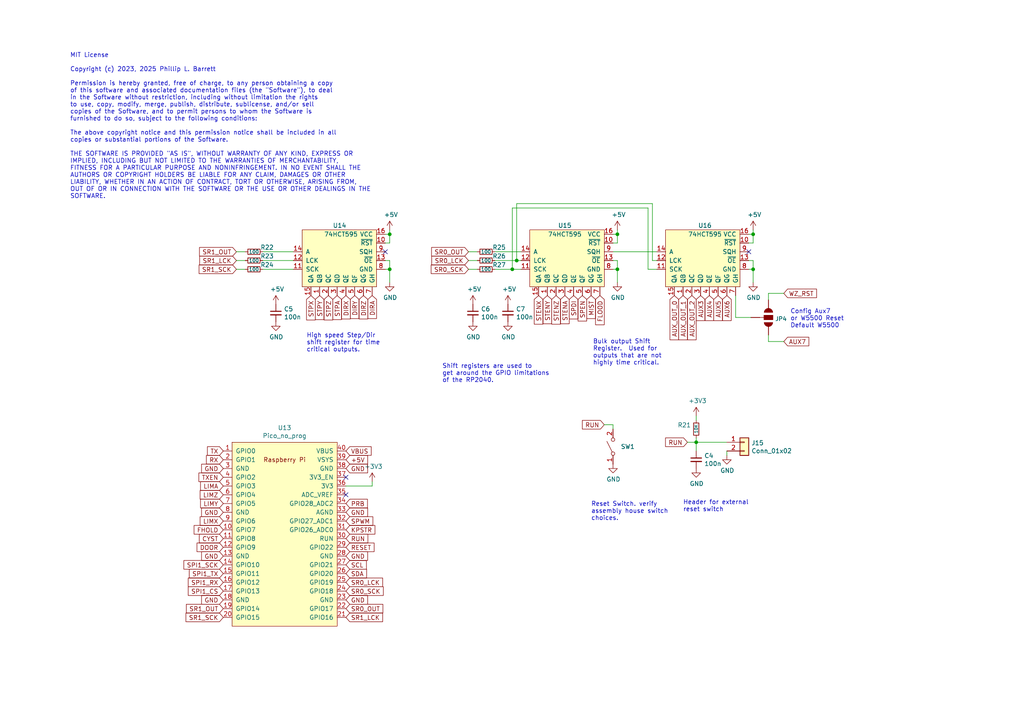
<source format=kicad_sch>
(kicad_sch
	(version 20231120)
	(generator "eeschema")
	(generator_version "8.0")
	(uuid "ce74dbc6-db8b-4be4-9952-fca622c98755")
	(paper "A4")
	(title_block
		(title "picoCNC ")
		(date "2023-09-13")
		(rev "Ver 1.55eth")
		(company "Brookwood Design")
	)
	(lib_symbols
		(symbol "Device:R_Small"
			(pin_numbers hide)
			(pin_names
				(offset 0.254) hide)
			(exclude_from_sim no)
			(in_bom yes)
			(on_board yes)
			(property "Reference" "R"
				(at 0.762 0.508 0)
				(effects
					(font
						(size 1.27 1.27)
					)
					(justify left)
				)
			)
			(property "Value" "R_Small"
				(at 0.762 -1.016 0)
				(effects
					(font
						(size 1.27 1.27)
					)
					(justify left)
				)
			)
			(property "Footprint" ""
				(at 0 0 0)
				(effects
					(font
						(size 1.27 1.27)
					)
					(hide yes)
				)
			)
			(property "Datasheet" "~"
				(at 0 0 0)
				(effects
					(font
						(size 1.27 1.27)
					)
					(hide yes)
				)
			)
			(property "Description" "Resistor, small symbol"
				(at 0 0 0)
				(effects
					(font
						(size 1.27 1.27)
					)
					(hide yes)
				)
			)
			(property "ki_keywords" "R resistor"
				(at 0 0 0)
				(effects
					(font
						(size 1.27 1.27)
					)
					(hide yes)
				)
			)
			(property "ki_fp_filters" "R_*"
				(at 0 0 0)
				(effects
					(font
						(size 1.27 1.27)
					)
					(hide yes)
				)
			)
			(symbol "R_Small_0_1"
				(rectangle
					(start -0.762 1.778)
					(end 0.762 -1.778)
					(stroke
						(width 0.2032)
						(type default)
					)
					(fill
						(type none)
					)
				)
			)
			(symbol "R_Small_1_1"
				(pin passive line
					(at 0 2.54 270)
					(length 0.762)
					(name "~"
						(effects
							(font
								(size 1.27 1.27)
							)
						)
					)
					(number "1"
						(effects
							(font
								(size 1.27 1.27)
							)
						)
					)
				)
				(pin passive line
					(at 0 -2.54 90)
					(length 0.762)
					(name "~"
						(effects
							(font
								(size 1.27 1.27)
							)
						)
					)
					(number "2"
						(effects
							(font
								(size 1.27 1.27)
							)
						)
					)
				)
			)
		)
		(symbol "phils-ICs:74HCT595"
			(pin_names
				(offset 1.016)
			)
			(exclude_from_sim no)
			(in_bom yes)
			(on_board yes)
			(property "Reference" "U"
				(at 0 8.89 0)
				(effects
					(font
						(size 1.27 1.27)
					)
				)
			)
			(property "Value" "74HCT595"
				(at -2.54 5.08 0)
				(effects
					(font
						(size 1.27 1.27)
					)
				)
			)
			(property "Footprint" ""
				(at -2.54 -10.16 0)
				(effects
					(font
						(size 1.27 1.27)
					)
					(hide yes)
				)
			)
			(property "Datasheet" ""
				(at -2.54 -10.16 0)
				(effects
					(font
						(size 1.27 1.27)
					)
					(hide yes)
				)
			)
			(property "Description" ""
				(at 0 0 0)
				(effects
					(font
						(size 1.27 1.27)
					)
					(hide yes)
				)
			)
			(symbol "74HCT595_0_0"
				(pin output line
					(at -6.35 -11.43 90)
					(length 2.54)
					(name "QB"
						(effects
							(font
								(size 1.27 1.27)
							)
						)
					)
					(number "1"
						(effects
							(font
								(size 1.27 1.27)
							)
						)
					)
				)
				(pin input line
					(at 12.7 3.81 180)
					(length 2.54)
					(name "~{RST}"
						(effects
							(font
								(size 1.27 1.27)
							)
						)
					)
					(number "10"
						(effects
							(font
								(size 1.27 1.27)
							)
						)
					)
				)
				(pin input line
					(at -13.97 -3.81 0)
					(length 2.54)
					(name "SCK"
						(effects
							(font
								(size 1.27 1.27)
							)
						)
					)
					(number "11"
						(effects
							(font
								(size 1.27 1.27)
							)
						)
					)
				)
				(pin input line
					(at -13.97 -1.27 0)
					(length 2.54)
					(name "LCK"
						(effects
							(font
								(size 1.27 1.27)
							)
						)
					)
					(number "12"
						(effects
							(font
								(size 1.27 1.27)
							)
						)
					)
				)
				(pin input line
					(at 12.7 -1.27 180)
					(length 2.54)
					(name "~{OE}"
						(effects
							(font
								(size 1.27 1.27)
							)
						)
					)
					(number "13"
						(effects
							(font
								(size 1.27 1.27)
							)
						)
					)
				)
				(pin input line
					(at -13.97 1.27 0)
					(length 2.54)
					(name "A"
						(effects
							(font
								(size 1.27 1.27)
							)
						)
					)
					(number "14"
						(effects
							(font
								(size 1.27 1.27)
							)
						)
					)
				)
				(pin output line
					(at -8.89 -11.43 90)
					(length 2.54)
					(name "QA"
						(effects
							(font
								(size 1.27 1.27)
							)
						)
					)
					(number "15"
						(effects
							(font
								(size 1.27 1.27)
							)
						)
					)
				)
				(pin power_in line
					(at 12.7 6.35 180)
					(length 2.54)
					(name "VCC"
						(effects
							(font
								(size 1.27 1.27)
							)
						)
					)
					(number "16"
						(effects
							(font
								(size 1.27 1.27)
							)
						)
					)
				)
				(pin output line
					(at -3.81 -11.43 90)
					(length 2.54)
					(name "QC"
						(effects
							(font
								(size 1.27 1.27)
							)
						)
					)
					(number "2"
						(effects
							(font
								(size 1.27 1.27)
							)
						)
					)
				)
				(pin output line
					(at -1.27 -11.43 90)
					(length 2.54)
					(name "QD"
						(effects
							(font
								(size 1.27 1.27)
							)
						)
					)
					(number "3"
						(effects
							(font
								(size 1.27 1.27)
							)
						)
					)
				)
				(pin output line
					(at 1.27 -11.43 90)
					(length 2.54)
					(name "QE"
						(effects
							(font
								(size 1.27 1.27)
							)
						)
					)
					(number "4"
						(effects
							(font
								(size 1.27 1.27)
							)
						)
					)
				)
				(pin output line
					(at 3.81 -11.43 90)
					(length 2.54)
					(name "QF"
						(effects
							(font
								(size 1.27 1.27)
							)
						)
					)
					(number "5"
						(effects
							(font
								(size 1.27 1.27)
							)
						)
					)
				)
				(pin output line
					(at 6.35 -11.43 90)
					(length 2.54)
					(name "QG"
						(effects
							(font
								(size 1.27 1.27)
							)
						)
					)
					(number "6"
						(effects
							(font
								(size 1.27 1.27)
							)
						)
					)
				)
				(pin output line
					(at 8.89 -11.43 90)
					(length 2.54)
					(name "GH"
						(effects
							(font
								(size 1.27 1.27)
							)
						)
					)
					(number "7"
						(effects
							(font
								(size 1.27 1.27)
							)
						)
					)
				)
				(pin power_in line
					(at 12.7 -3.81 180)
					(length 2.54)
					(name "GND"
						(effects
							(font
								(size 1.27 1.27)
							)
						)
					)
					(number "8"
						(effects
							(font
								(size 1.27 1.27)
							)
						)
					)
				)
				(pin output line
					(at 12.7 1.27 180)
					(length 2.54)
					(name "SQH"
						(effects
							(font
								(size 1.27 1.27)
							)
						)
					)
					(number "9"
						(effects
							(font
								(size 1.27 1.27)
							)
						)
					)
				)
			)
			(symbol "74HCT595_0_1"
				(polyline
					(pts
						(xy -11.43 6.35) (xy -11.43 -8.89) (xy 10.16 -8.89) (xy 10.16 7.62) (xy -11.43 7.62) (xy -11.43 6.35)
					)
					(stroke
						(width 0)
						(type default)
					)
					(fill
						(type background)
					)
				)
			)
		)
		(symbol "phils-misc:JUMPER-SMT_3_NO_NO-SILK"
			(pin_names
				(offset 1.016)
			)
			(exclude_from_sim no)
			(in_bom yes)
			(on_board yes)
			(property "Reference" "JP"
				(at 2.54 0.381 0)
				(effects
					(font
						(size 1.1938 1.1938)
					)
					(justify left bottom)
				)
			)
			(property "Value" "JUMPER-SMT_3_NO_NO-SILK"
				(at 2.54 -0.381 0)
				(effects
					(font
						(size 1.1938 1.1938)
					)
					(justify left top)
					(hide yes)
				)
			)
			(property "Footprint" ""
				(at 0 0 0)
				(effects
					(font
						(size 1.27 1.27)
					)
					(hide yes)
				)
			)
			(property "Datasheet" ""
				(at 0 0 0)
				(effects
					(font
						(size 1.27 1.27)
					)
					(hide yes)
				)
			)
			(property "Description" ""
				(at 0 0 0)
				(effects
					(font
						(size 1.27 1.27)
					)
					(hide yes)
				)
			)
			(property "ki_locked" ""
				(at 0 0 0)
				(effects
					(font
						(size 1.27 1.27)
					)
				)
			)
			(symbol "JUMPER-SMT_3_NO_NO-SILK_1_0"
				(arc
					(start -1.27 -1.397)
					(mid 0 -2.6614)
					(end 1.27 -1.397)
					(stroke
						(width 0.0254)
						(type default)
					)
					(fill
						(type outline)
					)
				)
				(rectangle
					(start -1.27 -0.635)
					(end 1.27 0.635)
					(stroke
						(width 0)
						(type default)
					)
					(fill
						(type outline)
					)
				)
				(polyline
					(pts
						(xy -2.54 0) (xy -1.27 0)
					)
					(stroke
						(width 0)
						(type default)
					)
					(fill
						(type none)
					)
				)
				(polyline
					(pts
						(xy -1.27 -0.635) (xy -1.27 0)
					)
					(stroke
						(width 0)
						(type default)
					)
					(fill
						(type none)
					)
				)
				(polyline
					(pts
						(xy -1.27 0) (xy -1.27 0.635)
					)
					(stroke
						(width 0)
						(type default)
					)
					(fill
						(type none)
					)
				)
				(polyline
					(pts
						(xy -1.27 0.635) (xy 1.27 0.635)
					)
					(stroke
						(width 0)
						(type default)
					)
					(fill
						(type none)
					)
				)
				(polyline
					(pts
						(xy 1.27 -0.635) (xy -1.27 -0.635)
					)
					(stroke
						(width 0)
						(type default)
					)
					(fill
						(type none)
					)
				)
				(polyline
					(pts
						(xy 1.27 0.635) (xy 1.27 -0.635)
					)
					(stroke
						(width 0)
						(type default)
					)
					(fill
						(type none)
					)
				)
				(arc
					(start 1.27 1.397)
					(mid 0 2.6614)
					(end -1.27 1.397)
					(stroke
						(width 0.0254)
						(type default)
					)
					(fill
						(type outline)
					)
				)
				(pin passive line
					(at 0 5.08 270)
					(length 2.54)
					(name "1"
						(effects
							(font
								(size 0 0)
							)
						)
					)
					(number "1"
						(effects
							(font
								(size 0 0)
							)
						)
					)
				)
				(pin passive line
					(at -5.08 0 0)
					(length 2.54)
					(name "2"
						(effects
							(font
								(size 0 0)
							)
						)
					)
					(number "2"
						(effects
							(font
								(size 0 0)
							)
						)
					)
				)
				(pin passive line
					(at 0 -5.08 90)
					(length 2.54)
					(name "3"
						(effects
							(font
								(size 0 0)
							)
						)
					)
					(number "3"
						(effects
							(font
								(size 0 0)
							)
						)
					)
				)
			)
		)
		(symbol "phils-modules:Pico_no_prog"
			(pin_names
				(offset 1.016)
			)
			(exclude_from_sim no)
			(in_bom yes)
			(on_board yes)
			(property "Reference" "U"
				(at -13.97 27.94 0)
				(effects
					(font
						(size 1.27 1.27)
					)
				)
			)
			(property "Value" "Pico_no_prog"
				(at 0 19.05 0)
				(effects
					(font
						(size 1.27 1.27)
					)
				)
			)
			(property "Footprint" "RPi_Pico:RPi_Pico_SMD_TH"
				(at 0 0 90)
				(effects
					(font
						(size 1.27 1.27)
					)
					(hide yes)
				)
			)
			(property "Datasheet" ""
				(at 0 0 0)
				(effects
					(font
						(size 1.27 1.27)
					)
					(hide yes)
				)
			)
			(property "Description" ""
				(at 0 0 0)
				(effects
					(font
						(size 1.27 1.27)
					)
					(hide yes)
				)
			)
			(symbol "Pico_no_prog_0_0"
				(text "Raspberry Pi"
					(at 0 21.59 0)
					(effects
						(font
							(size 1.27 1.27)
						)
					)
				)
			)
			(symbol "Pico_no_prog_0_1"
				(rectangle
					(start -15.24 26.67)
					(end 15.24 -26.67)
					(stroke
						(width 0)
						(type default)
					)
					(fill
						(type background)
					)
				)
			)
			(symbol "Pico_no_prog_1_1"
				(pin bidirectional line
					(at -17.78 24.13 0)
					(length 2.54)
					(name "GPIO0"
						(effects
							(font
								(size 1.27 1.27)
							)
						)
					)
					(number "1"
						(effects
							(font
								(size 1.27 1.27)
							)
						)
					)
				)
				(pin bidirectional line
					(at -17.78 1.27 0)
					(length 2.54)
					(name "GPIO7"
						(effects
							(font
								(size 1.27 1.27)
							)
						)
					)
					(number "10"
						(effects
							(font
								(size 1.27 1.27)
							)
						)
					)
				)
				(pin bidirectional line
					(at -17.78 -1.27 0)
					(length 2.54)
					(name "GPIO8"
						(effects
							(font
								(size 1.27 1.27)
							)
						)
					)
					(number "11"
						(effects
							(font
								(size 1.27 1.27)
							)
						)
					)
				)
				(pin bidirectional line
					(at -17.78 -3.81 0)
					(length 2.54)
					(name "GPIO9"
						(effects
							(font
								(size 1.27 1.27)
							)
						)
					)
					(number "12"
						(effects
							(font
								(size 1.27 1.27)
							)
						)
					)
				)
				(pin power_in line
					(at -17.78 -6.35 0)
					(length 2.54)
					(name "GND"
						(effects
							(font
								(size 1.27 1.27)
							)
						)
					)
					(number "13"
						(effects
							(font
								(size 1.27 1.27)
							)
						)
					)
				)
				(pin bidirectional line
					(at -17.78 -8.89 0)
					(length 2.54)
					(name "GPIO10"
						(effects
							(font
								(size 1.27 1.27)
							)
						)
					)
					(number "14"
						(effects
							(font
								(size 1.27 1.27)
							)
						)
					)
				)
				(pin bidirectional line
					(at -17.78 -11.43 0)
					(length 2.54)
					(name "GPIO11"
						(effects
							(font
								(size 1.27 1.27)
							)
						)
					)
					(number "15"
						(effects
							(font
								(size 1.27 1.27)
							)
						)
					)
				)
				(pin bidirectional line
					(at -17.78 -13.97 0)
					(length 2.54)
					(name "GPIO12"
						(effects
							(font
								(size 1.27 1.27)
							)
						)
					)
					(number "16"
						(effects
							(font
								(size 1.27 1.27)
							)
						)
					)
				)
				(pin bidirectional line
					(at -17.78 -16.51 0)
					(length 2.54)
					(name "GPIO13"
						(effects
							(font
								(size 1.27 1.27)
							)
						)
					)
					(number "17"
						(effects
							(font
								(size 1.27 1.27)
							)
						)
					)
				)
				(pin power_in line
					(at -17.78 -19.05 0)
					(length 2.54)
					(name "GND"
						(effects
							(font
								(size 1.27 1.27)
							)
						)
					)
					(number "18"
						(effects
							(font
								(size 1.27 1.27)
							)
						)
					)
				)
				(pin bidirectional line
					(at -17.78 -21.59 0)
					(length 2.54)
					(name "GPIO14"
						(effects
							(font
								(size 1.27 1.27)
							)
						)
					)
					(number "19"
						(effects
							(font
								(size 1.27 1.27)
							)
						)
					)
				)
				(pin bidirectional line
					(at -17.78 21.59 0)
					(length 2.54)
					(name "GPIO1"
						(effects
							(font
								(size 1.27 1.27)
							)
						)
					)
					(number "2"
						(effects
							(font
								(size 1.27 1.27)
							)
						)
					)
				)
				(pin bidirectional line
					(at -17.78 -24.13 0)
					(length 2.54)
					(name "GPIO15"
						(effects
							(font
								(size 1.27 1.27)
							)
						)
					)
					(number "20"
						(effects
							(font
								(size 1.27 1.27)
							)
						)
					)
				)
				(pin bidirectional line
					(at 17.78 -24.13 180)
					(length 2.54)
					(name "GPIO16"
						(effects
							(font
								(size 1.27 1.27)
							)
						)
					)
					(number "21"
						(effects
							(font
								(size 1.27 1.27)
							)
						)
					)
				)
				(pin bidirectional line
					(at 17.78 -21.59 180)
					(length 2.54)
					(name "GPIO17"
						(effects
							(font
								(size 1.27 1.27)
							)
						)
					)
					(number "22"
						(effects
							(font
								(size 1.27 1.27)
							)
						)
					)
				)
				(pin power_in line
					(at 17.78 -19.05 180)
					(length 2.54)
					(name "GND"
						(effects
							(font
								(size 1.27 1.27)
							)
						)
					)
					(number "23"
						(effects
							(font
								(size 1.27 1.27)
							)
						)
					)
				)
				(pin bidirectional line
					(at 17.78 -16.51 180)
					(length 2.54)
					(name "GPIO18"
						(effects
							(font
								(size 1.27 1.27)
							)
						)
					)
					(number "24"
						(effects
							(font
								(size 1.27 1.27)
							)
						)
					)
				)
				(pin bidirectional line
					(at 17.78 -13.97 180)
					(length 2.54)
					(name "GPIO19"
						(effects
							(font
								(size 1.27 1.27)
							)
						)
					)
					(number "25"
						(effects
							(font
								(size 1.27 1.27)
							)
						)
					)
				)
				(pin bidirectional line
					(at 17.78 -11.43 180)
					(length 2.54)
					(name "GPIO20"
						(effects
							(font
								(size 1.27 1.27)
							)
						)
					)
					(number "26"
						(effects
							(font
								(size 1.27 1.27)
							)
						)
					)
				)
				(pin bidirectional line
					(at 17.78 -8.89 180)
					(length 2.54)
					(name "GPIO21"
						(effects
							(font
								(size 1.27 1.27)
							)
						)
					)
					(number "27"
						(effects
							(font
								(size 1.27 1.27)
							)
						)
					)
				)
				(pin power_in line
					(at 17.78 -6.35 180)
					(length 2.54)
					(name "GND"
						(effects
							(font
								(size 1.27 1.27)
							)
						)
					)
					(number "28"
						(effects
							(font
								(size 1.27 1.27)
							)
						)
					)
				)
				(pin bidirectional line
					(at 17.78 -3.81 180)
					(length 2.54)
					(name "GPIO22"
						(effects
							(font
								(size 1.27 1.27)
							)
						)
					)
					(number "29"
						(effects
							(font
								(size 1.27 1.27)
							)
						)
					)
				)
				(pin power_in line
					(at -17.78 19.05 0)
					(length 2.54)
					(name "GND"
						(effects
							(font
								(size 1.27 1.27)
							)
						)
					)
					(number "3"
						(effects
							(font
								(size 1.27 1.27)
							)
						)
					)
				)
				(pin input line
					(at 17.78 -1.27 180)
					(length 2.54)
					(name "RUN"
						(effects
							(font
								(size 1.27 1.27)
							)
						)
					)
					(number "30"
						(effects
							(font
								(size 1.27 1.27)
							)
						)
					)
				)
				(pin bidirectional line
					(at 17.78 1.27 180)
					(length 2.54)
					(name "GPIO26_ADC0"
						(effects
							(font
								(size 1.27 1.27)
							)
						)
					)
					(number "31"
						(effects
							(font
								(size 1.27 1.27)
							)
						)
					)
				)
				(pin bidirectional line
					(at 17.78 3.81 180)
					(length 2.54)
					(name "GPIO27_ADC1"
						(effects
							(font
								(size 1.27 1.27)
							)
						)
					)
					(number "32"
						(effects
							(font
								(size 1.27 1.27)
							)
						)
					)
				)
				(pin power_in line
					(at 17.78 6.35 180)
					(length 2.54)
					(name "AGND"
						(effects
							(font
								(size 1.27 1.27)
							)
						)
					)
					(number "33"
						(effects
							(font
								(size 1.27 1.27)
							)
						)
					)
				)
				(pin bidirectional line
					(at 17.78 8.89 180)
					(length 2.54)
					(name "GPIO28_ADC2"
						(effects
							(font
								(size 1.27 1.27)
							)
						)
					)
					(number "34"
						(effects
							(font
								(size 1.27 1.27)
							)
						)
					)
				)
				(pin power_in line
					(at 17.78 11.43 180)
					(length 2.54)
					(name "ADC_VREF"
						(effects
							(font
								(size 1.27 1.27)
							)
						)
					)
					(number "35"
						(effects
							(font
								(size 1.27 1.27)
							)
						)
					)
				)
				(pin power_out line
					(at 17.78 13.97 180)
					(length 2.54)
					(name "3V3"
						(effects
							(font
								(size 1.27 1.27)
							)
						)
					)
					(number "36"
						(effects
							(font
								(size 1.27 1.27)
							)
						)
					)
				)
				(pin input line
					(at 17.78 16.51 180)
					(length 2.54)
					(name "3V3_EN"
						(effects
							(font
								(size 1.27 1.27)
							)
						)
					)
					(number "37"
						(effects
							(font
								(size 1.27 1.27)
							)
						)
					)
				)
				(pin bidirectional line
					(at 17.78 19.05 180)
					(length 2.54)
					(name "GND"
						(effects
							(font
								(size 1.27 1.27)
							)
						)
					)
					(number "38"
						(effects
							(font
								(size 1.27 1.27)
							)
						)
					)
				)
				(pin power_out line
					(at 17.78 21.59 180)
					(length 2.54)
					(name "VSYS"
						(effects
							(font
								(size 1.27 1.27)
							)
						)
					)
					(number "39"
						(effects
							(font
								(size 1.27 1.27)
							)
						)
					)
				)
				(pin bidirectional line
					(at -17.78 16.51 0)
					(length 2.54)
					(name "GPIO2"
						(effects
							(font
								(size 1.27 1.27)
							)
						)
					)
					(number "4"
						(effects
							(font
								(size 1.27 1.27)
							)
						)
					)
				)
				(pin power_out line
					(at 17.78 24.13 180)
					(length 2.54)
					(name "VBUS"
						(effects
							(font
								(size 1.27 1.27)
							)
						)
					)
					(number "40"
						(effects
							(font
								(size 1.27 1.27)
							)
						)
					)
				)
				(pin bidirectional line
					(at -17.78 13.97 0)
					(length 2.54)
					(name "GPIO3"
						(effects
							(font
								(size 1.27 1.27)
							)
						)
					)
					(number "5"
						(effects
							(font
								(size 1.27 1.27)
							)
						)
					)
				)
				(pin bidirectional line
					(at -17.78 11.43 0)
					(length 2.54)
					(name "GPIO4"
						(effects
							(font
								(size 1.27 1.27)
							)
						)
					)
					(number "6"
						(effects
							(font
								(size 1.27 1.27)
							)
						)
					)
				)
				(pin bidirectional line
					(at -17.78 8.89 0)
					(length 2.54)
					(name "GPIO5"
						(effects
							(font
								(size 1.27 1.27)
							)
						)
					)
					(number "7"
						(effects
							(font
								(size 1.27 1.27)
							)
						)
					)
				)
				(pin power_in line
					(at -17.78 6.35 0)
					(length 2.54)
					(name "GND"
						(effects
							(font
								(size 1.27 1.27)
							)
						)
					)
					(number "8"
						(effects
							(font
								(size 1.27 1.27)
							)
						)
					)
				)
				(pin bidirectional line
					(at -17.78 3.81 0)
					(length 2.54)
					(name "GPIO6"
						(effects
							(font
								(size 1.27 1.27)
							)
						)
					)
					(number "9"
						(effects
							(font
								(size 1.27 1.27)
							)
						)
					)
				)
			)
		)
		(symbol "picoCNC-rescue:+3.3V-power"
			(power)
			(pin_names
				(offset 0)
			)
			(exclude_from_sim no)
			(in_bom yes)
			(on_board yes)
			(property "Reference" "#PWR"
				(at 0 -3.81 0)
				(effects
					(font
						(size 1.27 1.27)
					)
					(hide yes)
				)
			)
			(property "Value" "+3.3V-power"
				(at 0 3.556 0)
				(effects
					(font
						(size 1.27 1.27)
					)
				)
			)
			(property "Footprint" ""
				(at 0 0 0)
				(effects
					(font
						(size 1.27 1.27)
					)
					(hide yes)
				)
			)
			(property "Datasheet" ""
				(at 0 0 0)
				(effects
					(font
						(size 1.27 1.27)
					)
					(hide yes)
				)
			)
			(property "Description" ""
				(at 0 0 0)
				(effects
					(font
						(size 1.27 1.27)
					)
					(hide yes)
				)
			)
			(symbol "+3.3V-power_0_1"
				(polyline
					(pts
						(xy -0.762 1.27) (xy 0 2.54)
					)
					(stroke
						(width 0)
						(type default)
					)
					(fill
						(type none)
					)
				)
				(polyline
					(pts
						(xy 0 0) (xy 0 2.54)
					)
					(stroke
						(width 0)
						(type default)
					)
					(fill
						(type none)
					)
				)
				(polyline
					(pts
						(xy 0 2.54) (xy 0.762 1.27)
					)
					(stroke
						(width 0)
						(type default)
					)
					(fill
						(type none)
					)
				)
			)
			(symbol "+3.3V-power_1_1"
				(pin power_in line
					(at 0 0 90)
					(length 0) hide
					(name "+3V3"
						(effects
							(font
								(size 1.27 1.27)
							)
						)
					)
					(number "1"
						(effects
							(font
								(size 1.27 1.27)
							)
						)
					)
				)
			)
		)
		(symbol "picoCNC-rescue:C_Small-device"
			(pin_numbers hide)
			(pin_names
				(offset 0.254) hide)
			(exclude_from_sim no)
			(in_bom yes)
			(on_board yes)
			(property "Reference" "C"
				(at 0.254 1.778 0)
				(effects
					(font
						(size 1.27 1.27)
					)
					(justify left)
				)
			)
			(property "Value" "C_Small-device"
				(at 0.254 -2.032 0)
				(effects
					(font
						(size 1.27 1.27)
					)
					(justify left)
				)
			)
			(property "Footprint" ""
				(at 0 0 0)
				(effects
					(font
						(size 1.27 1.27)
					)
					(hide yes)
				)
			)
			(property "Datasheet" ""
				(at 0 0 0)
				(effects
					(font
						(size 1.27 1.27)
					)
					(hide yes)
				)
			)
			(property "Description" ""
				(at 0 0 0)
				(effects
					(font
						(size 1.27 1.27)
					)
					(hide yes)
				)
			)
			(property "ki_fp_filters" "C_*"
				(at 0 0 0)
				(effects
					(font
						(size 1.27 1.27)
					)
					(hide yes)
				)
			)
			(symbol "C_Small-device_0_1"
				(polyline
					(pts
						(xy -1.524 -0.508) (xy 1.524 -0.508)
					)
					(stroke
						(width 0.3302)
						(type default)
					)
					(fill
						(type none)
					)
				)
				(polyline
					(pts
						(xy -1.524 0.508) (xy 1.524 0.508)
					)
					(stroke
						(width 0.3048)
						(type default)
					)
					(fill
						(type none)
					)
				)
			)
			(symbol "C_Small-device_1_1"
				(pin passive line
					(at 0 2.54 270)
					(length 2.032)
					(name "~"
						(effects
							(font
								(size 1.27 1.27)
							)
						)
					)
					(number "1"
						(effects
							(font
								(size 1.27 1.27)
							)
						)
					)
				)
				(pin passive line
					(at 0 -2.54 90)
					(length 2.032)
					(name "~"
						(effects
							(font
								(size 1.27 1.27)
							)
						)
					)
					(number "2"
						(effects
							(font
								(size 1.27 1.27)
							)
						)
					)
				)
			)
		)
		(symbol "picoCNC-rescue:Conn_01x02-conn"
			(pin_names
				(offset 1.016) hide)
			(exclude_from_sim no)
			(in_bom yes)
			(on_board yes)
			(property "Reference" "J"
				(at 0 2.54 0)
				(effects
					(font
						(size 1.27 1.27)
					)
				)
			)
			(property "Value" "Conn_01x02-conn"
				(at 0 -5.08 0)
				(effects
					(font
						(size 1.27 1.27)
					)
				)
			)
			(property "Footprint" ""
				(at 0 0 0)
				(effects
					(font
						(size 1.27 1.27)
					)
					(hide yes)
				)
			)
			(property "Datasheet" ""
				(at 0 0 0)
				(effects
					(font
						(size 1.27 1.27)
					)
					(hide yes)
				)
			)
			(property "Description" ""
				(at 0 0 0)
				(effects
					(font
						(size 1.27 1.27)
					)
					(hide yes)
				)
			)
			(property "ki_fp_filters" "Connector*:*_??x*mm* Connector*:*1x??x*mm* Pin?Header?Straight?1X* Pin?Header?Angled?1X* Socket?Strip?Straight?1X* Socket?Strip?Angled?1X*"
				(at 0 0 0)
				(effects
					(font
						(size 1.27 1.27)
					)
					(hide yes)
				)
			)
			(symbol "Conn_01x02-conn_1_1"
				(rectangle
					(start -1.27 -2.413)
					(end 0 -2.667)
					(stroke
						(width 0.1524)
						(type default)
					)
					(fill
						(type none)
					)
				)
				(rectangle
					(start -1.27 0.127)
					(end 0 -0.127)
					(stroke
						(width 0.1524)
						(type default)
					)
					(fill
						(type none)
					)
				)
				(rectangle
					(start -1.27 1.27)
					(end 1.27 -3.81)
					(stroke
						(width 0.254)
						(type default)
					)
					(fill
						(type background)
					)
				)
				(pin passive line
					(at -5.08 0 0)
					(length 3.81)
					(name "Pin_1"
						(effects
							(font
								(size 1.27 1.27)
							)
						)
					)
					(number "1"
						(effects
							(font
								(size 1.27 1.27)
							)
						)
					)
				)
				(pin passive line
					(at -5.08 -2.54 0)
					(length 3.81)
					(name "Pin_2"
						(effects
							(font
								(size 1.27 1.27)
							)
						)
					)
					(number "2"
						(effects
							(font
								(size 1.27 1.27)
							)
						)
					)
				)
			)
		)
		(symbol "picoCNC-rescue:SW_SPST-switches"
			(pin_names
				(offset 0) hide)
			(exclude_from_sim no)
			(in_bom yes)
			(on_board yes)
			(property "Reference" "SW"
				(at 0 3.175 0)
				(effects
					(font
						(size 1.27 1.27)
					)
				)
			)
			(property "Value" "SW_SPST-switches"
				(at 0 -2.54 0)
				(effects
					(font
						(size 1.27 1.27)
					)
				)
			)
			(property "Footprint" ""
				(at 0 0 0)
				(effects
					(font
						(size 1.27 1.27)
					)
					(hide yes)
				)
			)
			(property "Datasheet" ""
				(at 0 0 0)
				(effects
					(font
						(size 1.27 1.27)
					)
					(hide yes)
				)
			)
			(property "Description" ""
				(at 0 0 0)
				(effects
					(font
						(size 1.27 1.27)
					)
					(hide yes)
				)
			)
			(symbol "SW_SPST-switches_0_0"
				(circle
					(center -2.032 0)
					(radius 0.508)
					(stroke
						(width 0)
						(type default)
					)
					(fill
						(type none)
					)
				)
				(polyline
					(pts
						(xy -1.524 0.254) (xy 1.524 1.778)
					)
					(stroke
						(width 0)
						(type default)
					)
					(fill
						(type none)
					)
				)
				(circle
					(center 2.032 0)
					(radius 0.508)
					(stroke
						(width 0)
						(type default)
					)
					(fill
						(type none)
					)
				)
			)
			(symbol "SW_SPST-switches_1_1"
				(pin passive line
					(at -5.08 0 0)
					(length 2.54)
					(name "A"
						(effects
							(font
								(size 1.27 1.27)
							)
						)
					)
					(number "1"
						(effects
							(font
								(size 1.27 1.27)
							)
						)
					)
				)
				(pin passive line
					(at 5.08 0 180)
					(length 2.54)
					(name "B"
						(effects
							(font
								(size 1.27 1.27)
							)
						)
					)
					(number "2"
						(effects
							(font
								(size 1.27 1.27)
							)
						)
					)
				)
			)
		)
		(symbol "power:+5V"
			(power)
			(pin_names
				(offset 0)
			)
			(exclude_from_sim no)
			(in_bom yes)
			(on_board yes)
			(property "Reference" "#PWR"
				(at 0 -3.81 0)
				(effects
					(font
						(size 1.27 1.27)
					)
					(hide yes)
				)
			)
			(property "Value" "+5V"
				(at 0 3.556 0)
				(effects
					(font
						(size 1.27 1.27)
					)
				)
			)
			(property "Footprint" ""
				(at 0 0 0)
				(effects
					(font
						(size 1.27 1.27)
					)
					(hide yes)
				)
			)
			(property "Datasheet" ""
				(at 0 0 0)
				(effects
					(font
						(size 1.27 1.27)
					)
					(hide yes)
				)
			)
			(property "Description" "Power symbol creates a global label with name \"+5V\""
				(at 0 0 0)
				(effects
					(font
						(size 1.27 1.27)
					)
					(hide yes)
				)
			)
			(property "ki_keywords" "power-flag"
				(at 0 0 0)
				(effects
					(font
						(size 1.27 1.27)
					)
					(hide yes)
				)
			)
			(symbol "+5V_0_1"
				(polyline
					(pts
						(xy -0.762 1.27) (xy 0 2.54)
					)
					(stroke
						(width 0)
						(type default)
					)
					(fill
						(type none)
					)
				)
				(polyline
					(pts
						(xy 0 0) (xy 0 2.54)
					)
					(stroke
						(width 0)
						(type default)
					)
					(fill
						(type none)
					)
				)
				(polyline
					(pts
						(xy 0 2.54) (xy 0.762 1.27)
					)
					(stroke
						(width 0)
						(type default)
					)
					(fill
						(type none)
					)
				)
			)
			(symbol "+5V_1_1"
				(pin power_in line
					(at 0 0 90)
					(length 0) hide
					(name "+5V"
						(effects
							(font
								(size 1.27 1.27)
							)
						)
					)
					(number "1"
						(effects
							(font
								(size 1.27 1.27)
							)
						)
					)
				)
			)
		)
		(symbol "power:GND"
			(power)
			(pin_names
				(offset 0)
			)
			(exclude_from_sim no)
			(in_bom yes)
			(on_board yes)
			(property "Reference" "#PWR"
				(at 0 -6.35 0)
				(effects
					(font
						(size 1.27 1.27)
					)
					(hide yes)
				)
			)
			(property "Value" "GND"
				(at 0 -3.81 0)
				(effects
					(font
						(size 1.27 1.27)
					)
				)
			)
			(property "Footprint" ""
				(at 0 0 0)
				(effects
					(font
						(size 1.27 1.27)
					)
					(hide yes)
				)
			)
			(property "Datasheet" ""
				(at 0 0 0)
				(effects
					(font
						(size 1.27 1.27)
					)
					(hide yes)
				)
			)
			(property "Description" "Power symbol creates a global label with name \"GND\" , ground"
				(at 0 0 0)
				(effects
					(font
						(size 1.27 1.27)
					)
					(hide yes)
				)
			)
			(property "ki_keywords" "power-flag"
				(at 0 0 0)
				(effects
					(font
						(size 1.27 1.27)
					)
					(hide yes)
				)
			)
			(symbol "GND_0_1"
				(polyline
					(pts
						(xy 0 0) (xy 0 -1.27) (xy 1.27 -1.27) (xy 0 -2.54) (xy -1.27 -1.27) (xy 0 -1.27)
					)
					(stroke
						(width 0)
						(type default)
					)
					(fill
						(type none)
					)
				)
			)
			(symbol "GND_1_1"
				(pin power_in line
					(at 0 0 270)
					(length 0) hide
					(name "GND"
						(effects
							(font
								(size 1.27 1.27)
							)
						)
					)
					(number "1"
						(effects
							(font
								(size 1.27 1.27)
							)
						)
					)
				)
			)
		)
	)
	(junction
		(at 113.03 67.945)
		(diameter 0)
		(color 0 0 0 0)
		(uuid "01e743cd-7194-46c9-97e8-f4df6f3e59b0")
	)
	(junction
		(at 179.07 67.945)
		(diameter 0)
		(color 0 0 0 0)
		(uuid "15ba903f-5be7-4767-a272-ac51e232cd33")
	)
	(junction
		(at 201.93 128.27)
		(diameter 0)
		(color 0 0 0 0)
		(uuid "5522436c-490c-464a-b3f9-75cabf8e43c5")
	)
	(junction
		(at 218.44 67.945)
		(diameter 0)
		(color 0 0 0 0)
		(uuid "7c00c2a3-5bc6-4ea7-9e92-82c47973533d")
	)
	(junction
		(at 179.07 78.105)
		(diameter 0)
		(color 0 0 0 0)
		(uuid "8a7f49ff-aa79-4f66-afca-8bbee8efc4be")
	)
	(junction
		(at 218.44 78.105)
		(diameter 0)
		(color 0 0 0 0)
		(uuid "8cf42f7e-42c0-44af-995e-2639f6691ec9")
	)
	(junction
		(at 149.86 75.565)
		(diameter 0)
		(color 0 0 0 0)
		(uuid "9383e08d-a30c-41db-88a5-21fd7f45cd94")
	)
	(junction
		(at 113.03 78.105)
		(diameter 0)
		(color 0 0 0 0)
		(uuid "9d7076fb-dd68-4304-8cf1-96d5d79d4cb3")
	)
	(junction
		(at 148.59 78.105)
		(diameter 0)
		(color 0 0 0 0)
		(uuid "f321da47-33ca-4c3f-ad2a-fa56dcd8a28d")
	)
	(no_connect
		(at 100.33 138.43)
		(uuid "021aba64-863f-4590-9874-3f594237dc46")
	)
	(no_connect
		(at 100.33 143.51)
		(uuid "2adbf64a-8210-4e2d-b148-2ff7a7c5c2de")
	)
	(no_connect
		(at 217.17 73.025)
		(uuid "c47aaa93-4205-435d-8bf8-110f76ca1d9c")
	)
	(no_connect
		(at 111.76 73.025)
		(uuid "c9135d1b-47dc-4dad-b245-b54715278cbd")
	)
	(wire
		(pts
			(xy 149.86 59.055) (xy 189.23 59.055)
		)
		(stroke
			(width 0)
			(type default)
		)
		(uuid "022f7b7b-1e33-4ac7-9c4b-beac9911555e")
	)
	(wire
		(pts
			(xy 210.82 130.81) (xy 210.82 132.08)
		)
		(stroke
			(width 0)
			(type default)
		)
		(uuid "048200f3-cec7-4749-9b87-11c9adc98b59")
	)
	(wire
		(pts
			(xy 179.07 67.945) (xy 179.07 66.675)
		)
		(stroke
			(width 0)
			(type default)
		)
		(uuid "08dcab86-470a-4bd9-a749-b9667e7fe60a")
	)
	(wire
		(pts
			(xy 135.89 75.565) (xy 138.43 75.565)
		)
		(stroke
			(width 0)
			(type default)
		)
		(uuid "0a335adb-b823-4421-ad78-313f85505f09")
	)
	(wire
		(pts
			(xy 76.2 75.565) (xy 85.09 75.565)
		)
		(stroke
			(width 0)
			(type default)
		)
		(uuid "0a8edca0-8cfb-46cf-959d-7bec7497d066")
	)
	(wire
		(pts
			(xy 68.58 75.565) (xy 71.12 75.565)
		)
		(stroke
			(width 0)
			(type default)
		)
		(uuid "0ba1888f-2a32-4177-9de0-0fcc9aa5ee62")
	)
	(wire
		(pts
			(xy 143.51 78.105) (xy 148.59 78.105)
		)
		(stroke
			(width 0)
			(type default)
		)
		(uuid "0f912160-3be0-429a-a8c3-0137fdb2d3fb")
	)
	(wire
		(pts
			(xy 111.76 70.485) (xy 113.03 70.485)
		)
		(stroke
			(width 0)
			(type default)
		)
		(uuid "17940316-2f1d-4d93-9368-c6267afa94c7")
	)
	(wire
		(pts
			(xy 222.885 99.06) (xy 222.885 97.155)
		)
		(stroke
			(width 0)
			(type default)
		)
		(uuid "17ca1cb4-b6d2-4b7f-9552-2ae3080de7c5")
	)
	(wire
		(pts
			(xy 148.59 78.105) (xy 148.59 60.325)
		)
		(stroke
			(width 0)
			(type default)
		)
		(uuid "1bbd0f1f-ab67-47f8-bddd-db8de844558c")
	)
	(wire
		(pts
			(xy 217.17 67.945) (xy 218.44 67.945)
		)
		(stroke
			(width 0)
			(type default)
		)
		(uuid "1d5356d0-f4a8-4f55-8dba-270ee1ebb3c6")
	)
	(wire
		(pts
			(xy 111.76 67.945) (xy 113.03 67.945)
		)
		(stroke
			(width 0)
			(type default)
		)
		(uuid "1e202ecd-cae3-4635-a007-e3b443e8c358")
	)
	(wire
		(pts
			(xy 179.07 78.105) (xy 179.07 75.565)
		)
		(stroke
			(width 0)
			(type default)
		)
		(uuid "287d4cfd-2402-4793-8535-cd1be80ad1bf")
	)
	(wire
		(pts
			(xy 179.07 78.105) (xy 179.07 81.915)
		)
		(stroke
			(width 0)
			(type default)
		)
		(uuid "2e24533f-7633-41dc-b27b-9358d1eeb370")
	)
	(wire
		(pts
			(xy 179.07 75.565) (xy 177.8 75.565)
		)
		(stroke
			(width 0)
			(type default)
		)
		(uuid "357bdb42-699b-4c1f-a9e1-515329560b61")
	)
	(wire
		(pts
			(xy 218.44 75.565) (xy 218.44 78.105)
		)
		(stroke
			(width 0)
			(type default)
		)
		(uuid "3c551f6a-097e-4c7f-9301-346eb140ed9a")
	)
	(wire
		(pts
			(xy 218.44 70.485) (xy 218.44 67.945)
		)
		(stroke
			(width 0)
			(type default)
		)
		(uuid "416cd341-faf9-4187-a19e-b6df6eedfb26")
	)
	(wire
		(pts
			(xy 177.8 67.945) (xy 179.07 67.945)
		)
		(stroke
			(width 0)
			(type default)
		)
		(uuid "4f2312c8-9578-4c4c-9d02-b321810578f5")
	)
	(wire
		(pts
			(xy 107.95 139.7) (xy 107.95 140.97)
		)
		(stroke
			(width 0)
			(type default)
		)
		(uuid "4fc6b46e-2278-4c30-ac65-85298d9074bf")
	)
	(wire
		(pts
			(xy 189.23 59.055) (xy 189.23 75.565)
		)
		(stroke
			(width 0)
			(type default)
		)
		(uuid "535a01b5-7547-4c22-b2f8-ef58916393da")
	)
	(wire
		(pts
			(xy 201.93 130.81) (xy 201.93 128.27)
		)
		(stroke
			(width 0)
			(type default)
		)
		(uuid "57219d59-b062-4289-8b30-c361b060a104")
	)
	(wire
		(pts
			(xy 201.93 128.27) (xy 210.82 128.27)
		)
		(stroke
			(width 0)
			(type default)
		)
		(uuid "6cfc7eb3-5239-45fe-aeb7-1da49dd13828")
	)
	(wire
		(pts
			(xy 113.03 67.945) (xy 113.03 66.675)
		)
		(stroke
			(width 0)
			(type default)
		)
		(uuid "7139e826-e8e1-467d-8c28-639d971f2e7c")
	)
	(wire
		(pts
			(xy 177.8 78.105) (xy 179.07 78.105)
		)
		(stroke
			(width 0)
			(type default)
		)
		(uuid "73d963c9-7c18-4024-b800-915657f29163")
	)
	(wire
		(pts
			(xy 199.39 128.27) (xy 201.93 128.27)
		)
		(stroke
			(width 0)
			(type default)
		)
		(uuid "75ae44c8-b530-44f0-a3b8-b1b61152c4a6")
	)
	(wire
		(pts
			(xy 149.86 75.565) (xy 149.86 59.055)
		)
		(stroke
			(width 0)
			(type default)
		)
		(uuid "76f5e3c4-ac8d-4a35-91f1-e543e03fc6dd")
	)
	(wire
		(pts
			(xy 113.03 75.565) (xy 113.03 78.105)
		)
		(stroke
			(width 0)
			(type default)
		)
		(uuid "7a8c2ce1-64a8-4dcf-8293-6874043e9f02")
	)
	(wire
		(pts
			(xy 213.36 92.075) (xy 217.805 92.075)
		)
		(stroke
			(width 0)
			(type default)
		)
		(uuid "7d4055a5-c46c-4f0d-8b6b-bd978bb6b80c")
	)
	(wire
		(pts
			(xy 151.13 78.105) (xy 148.59 78.105)
		)
		(stroke
			(width 0)
			(type default)
		)
		(uuid "7eae70f8-3a37-4c8b-b7f3-12df604638ec")
	)
	(wire
		(pts
			(xy 177.8 123.19) (xy 177.8 124.46)
		)
		(stroke
			(width 0)
			(type default)
		)
		(uuid "81dcd810-447c-4907-b5cd-27d9525a695a")
	)
	(wire
		(pts
			(xy 135.89 78.105) (xy 138.43 78.105)
		)
		(stroke
			(width 0)
			(type default)
		)
		(uuid "87cc1c02-1b5a-4b14-a2c7-5c3d757908df")
	)
	(wire
		(pts
			(xy 217.17 75.565) (xy 218.44 75.565)
		)
		(stroke
			(width 0)
			(type default)
		)
		(uuid "8881bf32-4ec2-4660-9f8b-f9f0ec748184")
	)
	(wire
		(pts
			(xy 177.8 70.485) (xy 179.07 70.485)
		)
		(stroke
			(width 0)
			(type default)
		)
		(uuid "896f4b60-6af8-4397-9777-33400e9ac14d")
	)
	(wire
		(pts
			(xy 68.58 73.025) (xy 71.12 73.025)
		)
		(stroke
			(width 0)
			(type default)
		)
		(uuid "94c5155e-c33a-4c46-bdb4-2718e3a096a7")
	)
	(wire
		(pts
			(xy 177.8 73.025) (xy 190.5 73.025)
		)
		(stroke
			(width 0)
			(type default)
		)
		(uuid "9cca61a7-a298-440d-be34-3d0abe849751")
	)
	(wire
		(pts
			(xy 113.03 78.105) (xy 113.03 81.915)
		)
		(stroke
			(width 0)
			(type default)
		)
		(uuid "9f5efd53-01b1-40d2-9198-8deee00e21bd")
	)
	(wire
		(pts
			(xy 111.76 78.105) (xy 113.03 78.105)
		)
		(stroke
			(width 0)
			(type default)
		)
		(uuid "a0c528c2-23b0-42ae-a854-25b73dc715b6")
	)
	(wire
		(pts
			(xy 222.885 85.09) (xy 227.33 85.09)
		)
		(stroke
			(width 0)
			(type default)
		)
		(uuid "a212d8fe-4d70-4103-9c96-b97b2b403434")
	)
	(wire
		(pts
			(xy 179.07 70.485) (xy 179.07 67.945)
		)
		(stroke
			(width 0)
			(type default)
		)
		(uuid "a60d300e-f4cd-486a-9e3e-1e90e7266f6f")
	)
	(wire
		(pts
			(xy 218.44 67.945) (xy 218.44 66.675)
		)
		(stroke
			(width 0)
			(type default)
		)
		(uuid "a8daf6d5-9130-4e0c-948b-477d1e516d37")
	)
	(wire
		(pts
			(xy 187.96 78.105) (xy 187.96 60.325)
		)
		(stroke
			(width 0)
			(type default)
		)
		(uuid "ae1ac87f-ee08-4f41-b5a3-5b1b3cdca244")
	)
	(wire
		(pts
			(xy 217.17 78.105) (xy 218.44 78.105)
		)
		(stroke
			(width 0)
			(type default)
		)
		(uuid "afca900b-789f-4fc1-83ee-d8b05cd8359b")
	)
	(wire
		(pts
			(xy 222.885 86.995) (xy 222.885 85.09)
		)
		(stroke
			(width 0)
			(type default)
		)
		(uuid "b3c4fe25-4362-4bc1-a474-22e36d4a24c5")
	)
	(wire
		(pts
			(xy 76.2 73.025) (xy 85.09 73.025)
		)
		(stroke
			(width 0)
			(type default)
		)
		(uuid "bd9920d3-c39f-4ffb-a0b8-c5a778ecf014")
	)
	(wire
		(pts
			(xy 143.51 75.565) (xy 149.86 75.565)
		)
		(stroke
			(width 0)
			(type default)
		)
		(uuid "ca8fba26-7b46-43e9-abfa-10036c1c88b2")
	)
	(wire
		(pts
			(xy 227.33 99.06) (xy 222.885 99.06)
		)
		(stroke
			(width 0)
			(type default)
		)
		(uuid "ccc85eab-c959-4b92-b190-ca9b10051490")
	)
	(wire
		(pts
			(xy 187.96 60.325) (xy 148.59 60.325)
		)
		(stroke
			(width 0)
			(type default)
		)
		(uuid "cd2050eb-113b-47af-abc6-7e0829728247")
	)
	(wire
		(pts
			(xy 201.93 121.92) (xy 201.93 120.65)
		)
		(stroke
			(width 0)
			(type default)
		)
		(uuid "cd27fa65-d174-4c67-a458-6ceb3627cf43")
	)
	(wire
		(pts
			(xy 151.13 75.565) (xy 149.86 75.565)
		)
		(stroke
			(width 0)
			(type default)
		)
		(uuid "cf608fae-35a5-4b5e-b97e-a7de73f84d7b")
	)
	(wire
		(pts
			(xy 190.5 78.105) (xy 187.96 78.105)
		)
		(stroke
			(width 0)
			(type default)
		)
		(uuid "d41461dc-1b1f-426c-9835-70ebf99b6843")
	)
	(wire
		(pts
			(xy 143.51 73.025) (xy 151.13 73.025)
		)
		(stroke
			(width 0)
			(type default)
		)
		(uuid "d422875b-3e84-45e5-9e96-6443159d688e")
	)
	(wire
		(pts
			(xy 217.17 70.485) (xy 218.44 70.485)
		)
		(stroke
			(width 0)
			(type default)
		)
		(uuid "d672d97e-c08c-44e0-a420-a13eab322af5")
	)
	(wire
		(pts
			(xy 189.23 75.565) (xy 190.5 75.565)
		)
		(stroke
			(width 0)
			(type default)
		)
		(uuid "db27f858-4502-452b-a289-27e3cba12034")
	)
	(wire
		(pts
			(xy 135.89 73.025) (xy 138.43 73.025)
		)
		(stroke
			(width 0)
			(type default)
		)
		(uuid "db5e6173-012c-4baf-927e-b6ccbaa9410e")
	)
	(wire
		(pts
			(xy 201.93 128.27) (xy 201.93 127)
		)
		(stroke
			(width 0)
			(type default)
		)
		(uuid "db9afd13-f2b0-454b-ae9b-9a8f3c0b5e3c")
	)
	(wire
		(pts
			(xy 175.26 123.19) (xy 177.8 123.19)
		)
		(stroke
			(width 0)
			(type default)
		)
		(uuid "e1432b51-5533-43d9-a83e-b2bbaff00cd8")
	)
	(wire
		(pts
			(xy 100.33 140.97) (xy 107.95 140.97)
		)
		(stroke
			(width 0)
			(type default)
		)
		(uuid "e7f043d7-76a2-4613-8c16-7979f2a67a21")
	)
	(wire
		(pts
			(xy 68.58 78.105) (xy 71.12 78.105)
		)
		(stroke
			(width 0)
			(type default)
		)
		(uuid "ebe4821a-dd6f-4dd4-9b51-7d37994269cd")
	)
	(wire
		(pts
			(xy 218.44 78.105) (xy 218.44 81.915)
		)
		(stroke
			(width 0)
			(type default)
		)
		(uuid "ee6822d5-f95e-40c7-a996-e8ead636c55e")
	)
	(wire
		(pts
			(xy 76.2 78.105) (xy 85.09 78.105)
		)
		(stroke
			(width 0)
			(type default)
		)
		(uuid "f0aa68f8-cf60-4122-8d62-f4743208a49f")
	)
	(wire
		(pts
			(xy 213.36 85.725) (xy 213.36 92.075)
		)
		(stroke
			(width 0)
			(type default)
		)
		(uuid "f372833d-adcd-40dc-a505-2d1c33a29936")
	)
	(wire
		(pts
			(xy 111.76 75.565) (xy 113.03 75.565)
		)
		(stroke
			(width 0)
			(type default)
		)
		(uuid "f71565b3-8fe5-4801-b186-d0cbe0ee752c")
	)
	(wire
		(pts
			(xy 113.03 70.485) (xy 113.03 67.945)
		)
		(stroke
			(width 0)
			(type default)
		)
		(uuid "fb910c54-7670-47a5-8b9c-d6b4bdc3a25a")
	)
	(text "Config Aux7\nor W5500 Reset\nDefault W5500"
		(exclude_from_sim no)
		(at 229.235 95.25 0)
		(effects
			(font
				(size 1.27 1.27)
			)
			(justify left bottom)
		)
		(uuid "12b45b76-9ba8-49e3-9cdc-177f49f1fa41")
	)
	(text "Reset Switch. verify \nassembly house switch\nchoices."
		(exclude_from_sim no)
		(at 171.45 151.13 0)
		(effects
			(font
				(size 1.27 1.27)
			)
			(justify left bottom)
		)
		(uuid "1d417b20-faad-41d2-a202-fb01cbe5e12b")
	)
	(text "Shift registers are used to\nget around the GPIO limitations\nof the RP2040."
		(exclude_from_sim no)
		(at 128.27 111.125 0)
		(effects
			(font
				(size 1.27 1.27)
			)
			(justify left bottom)
		)
		(uuid "34e1ed85-c646-4814-bfb5-70c47834b6e1")
	)
	(text "MIT License\n\nCopyright (c) 2023, 2025 Phillip L. Barrett\n\nPermission is hereby granted, free of charge, to any person obtaining a copy\nof this software and associated documentation files (the \"Software\"), to deal\nin the Software without restriction, including without limitation the rights\nto use, copy, modify, merge, publish, distribute, sublicense, and/or sell\ncopies of the Software, and to permit persons to whom the Software is\nfurnished to do so, subject to the following conditions:\n\nThe above copyright notice and this permission notice shall be included in all\ncopies or substantial portions of the Software.\n\nTHE SOFTWARE IS PROVIDED \"AS IS\", WITHOUT WARRANTY OF ANY KIND, EXPRESS OR\nIMPLIED, INCLUDING BUT NOT LIMITED TO THE WARRANTIES OF MERCHANTABILITY,\nFITNESS FOR A PARTICULAR PURPOSE AND NONINFRINGEMENT. IN NO EVENT SHALL THE\nAUTHORS OR COPYRIGHT HOLDERS BE LIABLE FOR ANY CLAIM, DAMAGES OR OTHER\nLIABILITY, WHETHER IN AN ACTION OF CONTRACT, TORT OR OTHERWISE, ARISING FROM,\nOUT OF OR IN CONNECTION WITH THE SOFTWARE OR THE USE OR OTHER DEALINGS IN THE\nSOFTWARE."
		(exclude_from_sim no)
		(at 20.32 36.576 0)
		(effects
			(font
				(size 1.27 1.27)
			)
			(justify left)
		)
		(uuid "3e0638d5-c028-4820-bda8-03665ff1fa37")
	)
	(text "Bulk output Shift\nRegister.  Used for\noutputs that are not\nhighly time critical."
		(exclude_from_sim no)
		(at 171.958 106.045 0)
		(effects
			(font
				(size 1.27 1.27)
			)
			(justify left bottom)
		)
		(uuid "92e5426f-52bd-4cba-b867-f1615794d781")
	)
	(text "High speed Step/Dir \nshift register for time\ncritical outputs."
		(exclude_from_sim no)
		(at 88.9 102.235 0)
		(effects
			(font
				(size 1.27 1.27)
			)
			(justify left bottom)
		)
		(uuid "d2fb21d6-1297-472a-b94b-d43585ebc2bd")
	)
	(text "Header for external\nreset switch"
		(exclude_from_sim no)
		(at 198.12 148.59 0)
		(effects
			(font
				(size 1.27 1.27)
			)
			(justify left bottom)
		)
		(uuid "f0431e9b-8915-49fc-8d4f-f4aebc87e2c7")
	)
	(global_label "STENA"
		(shape input)
		(at 163.83 85.725 270)
		(fields_autoplaced yes)
		(effects
			(font
				(size 1.27 1.27)
			)
			(justify right)
		)
		(uuid "01ec8bc3-4278-478e-af83-bf171cd5bfd9")
		(property "Intersheetrefs" "${INTERSHEET_REFS}"
			(at 163.83 93.8012 90)
			(effects
				(font
					(size 1.27 1.27)
				)
				(justify right)
				(hide yes)
			)
		)
	)
	(global_label "GND"
		(shape input)
		(at 100.33 148.59 0)
		(fields_autoplaced yes)
		(effects
			(font
				(size 1.27 1.27)
			)
			(justify left)
		)
		(uuid "0418b5d1-81e8-47a0-81ed-939cbf423f65")
		(property "Intersheetrefs" "${INTERSHEET_REFS}"
			(at 106.5315 148.59 0)
			(effects
				(font
					(size 1.27 1.27)
				)
				(justify left)
				(hide yes)
			)
		)
	)
	(global_label "SDA"
		(shape input)
		(at 100.33 166.37 0)
		(fields_autoplaced yes)
		(effects
			(font
				(size 1.27 1.27)
			)
			(justify left)
		)
		(uuid "082b30ef-9809-4d6f-9585-96d56704ea44")
		(property "Intersheetrefs" "${INTERSHEET_REFS}"
			(at 106.2291 166.37 0)
			(effects
				(font
					(size 1.27 1.27)
				)
				(justify left)
				(hide yes)
			)
		)
	)
	(global_label "GND"
		(shape input)
		(at 64.77 161.29 180)
		(fields_autoplaced yes)
		(effects
			(font
				(size 1.27 1.27)
			)
			(justify right)
		)
		(uuid "0835c9d7-4545-4b9a-8cde-093d1d457e86")
		(property "Intersheetrefs" "${INTERSHEET_REFS}"
			(at 58.5685 161.29 0)
			(effects
				(font
					(size 1.27 1.27)
				)
				(justify right)
				(hide yes)
			)
		)
	)
	(global_label "DIRZ"
		(shape input)
		(at 105.41 85.725 270)
		(fields_autoplaced yes)
		(effects
			(font
				(size 1.27 1.27)
			)
			(justify right)
		)
		(uuid "0854b423-428e-40ed-b7b2-28e984de3020")
		(property "Intersheetrefs" "${INTERSHEET_REFS}"
			(at 105.41 92.4103 90)
			(effects
				(font
					(size 1.27 1.27)
				)
				(justify right)
				(hide yes)
			)
		)
	)
	(global_label "STPZ"
		(shape input)
		(at 95.25 85.725 270)
		(fields_autoplaced yes)
		(effects
			(font
				(size 1.27 1.27)
			)
			(justify right)
		)
		(uuid "09de6124-1dad-45ad-85a7-a8dce1a3a6a1")
		(property "Intersheetrefs" "${INTERSHEET_REFS}"
			(at 95.25 92.7126 90)
			(effects
				(font
					(size 1.27 1.27)
				)
				(justify right)
				(hide yes)
			)
		)
	)
	(global_label "SR0_OUT"
		(shape input)
		(at 100.33 176.53 0)
		(fields_autoplaced yes)
		(effects
			(font
				(size 1.27 1.27)
			)
			(justify left)
		)
		(uuid "0bd753c0-aaee-4344-b903-ea0f1c781206")
		(property "Intersheetrefs" "${INTERSHEET_REFS}"
			(at 110.9462 176.53 0)
			(effects
				(font
					(size 1.27 1.27)
				)
				(justify left)
				(hide yes)
			)
		)
	)
	(global_label "TX"
		(shape input)
		(at 64.77 130.81 180)
		(fields_autoplaced yes)
		(effects
			(font
				(size 1.27 1.27)
			)
			(justify right)
		)
		(uuid "0d4f55d2-4f81-496a-a488-d8833358309d")
		(property "Intersheetrefs" "${INTERSHEET_REFS}"
			(at 60.2619 130.81 0)
			(effects
				(font
					(size 1.27 1.27)
				)
				(justify right)
				(hide yes)
			)
		)
	)
	(global_label "+5V"
		(shape input)
		(at 100.33 133.35 0)
		(fields_autoplaced yes)
		(effects
			(font
				(size 1.27 1.27)
			)
			(justify left)
		)
		(uuid "1103a10e-2322-46a8-8454-8bcdf221279e")
		(property "Intersheetrefs" "${INTERSHEET_REFS}"
			(at 106.5315 133.35 0)
			(effects
				(font
					(size 1.27 1.27)
				)
				(justify left)
				(hide yes)
			)
		)
	)
	(global_label "LIMZ"
		(shape input)
		(at 64.77 143.51 180)
		(fields_autoplaced yes)
		(effects
			(font
				(size 1.27 1.27)
			)
			(justify right)
		)
		(uuid "11644e6d-f7bb-4e92-8b52-71c61807ea16")
		(property "Intersheetrefs" "${INTERSHEET_REFS}"
			(at 58.1452 143.51 0)
			(effects
				(font
					(size 1.27 1.27)
				)
				(justify right)
				(hide yes)
			)
		)
	)
	(global_label "SPEN"
		(shape input)
		(at 168.91 85.725 270)
		(fields_autoplaced yes)
		(effects
			(font
				(size 1.27 1.27)
			)
			(justify right)
		)
		(uuid "15ffa13c-f545-44ee-9b9a-beb43fa355d3")
		(property "Intersheetrefs" "${INTERSHEET_REFS}"
			(at 168.91 93.015 90)
			(effects
				(font
					(size 1.27 1.27)
				)
				(justify right)
				(hide yes)
			)
		)
	)
	(global_label "AUX_OUT_1"
		(shape input)
		(at 198.12 85.725 270)
		(fields_autoplaced yes)
		(effects
			(font
				(size 1.27 1.27)
			)
			(justify right)
		)
		(uuid "161af930-21f2-44d3-9ccb-2034f6022500")
		(property "Intersheetrefs" "${INTERSHEET_REFS}"
			(at 198.12 92.8941 90)
			(effects
				(font
					(size 1.27 1.27)
				)
				(justify right)
				(hide yes)
			)
		)
	)
	(global_label "GND"
		(shape input)
		(at 100.33 161.29 0)
		(fields_autoplaced yes)
		(effects
			(font
				(size 1.27 1.27)
			)
			(justify left)
		)
		(uuid "2039830c-f8dd-4170-812d-1a03269a88d1")
		(property "Intersheetrefs" "${INTERSHEET_REFS}"
			(at 106.5315 161.29 0)
			(effects
				(font
					(size 1.27 1.27)
				)
				(justify left)
				(hide yes)
			)
		)
	)
	(global_label "TXEN"
		(shape input)
		(at 64.77 138.43 180)
		(fields_autoplaced yes)
		(effects
			(font
				(size 1.27 1.27)
			)
			(justify right)
		)
		(uuid "261e8177-3872-4578-a21f-b089e84fd749")
		(property "Intersheetrefs" "${INTERSHEET_REFS}"
			(at 57.7824 138.43 0)
			(effects
				(font
					(size 1.27 1.27)
				)
				(justify right)
				(hide yes)
			)
		)
	)
	(global_label "AUX6"
		(shape input)
		(at 210.82 85.725 270)
		(fields_autoplaced yes)
		(effects
			(font
				(size 1.27 1.27)
			)
			(justify right)
		)
		(uuid "2e82252b-f5ac-44c8-960b-73c2f6103823")
		(property "Intersheetrefs" "${INTERSHEET_REFS}"
			(at 210.82 92.8941 90)
			(effects
				(font
					(size 1.27 1.27)
				)
				(justify right)
				(hide yes)
			)
		)
	)
	(global_label "SR1_LCK"
		(shape input)
		(at 100.33 179.07 0)
		(fields_autoplaced yes)
		(effects
			(font
				(size 1.27 1.27)
			)
			(justify left)
		)
		(uuid "310d033a-2c06-49f4-9103-9b714276a55e")
		(property "Intersheetrefs" "${INTERSHEET_REFS}"
			(at 110.8857 179.07 0)
			(effects
				(font
					(size 1.27 1.27)
				)
				(justify left)
				(hide yes)
			)
		)
	)
	(global_label "AUX3"
		(shape input)
		(at 203.2 85.725 270)
		(fields_autoplaced yes)
		(effects
			(font
				(size 1.27 1.27)
			)
			(justify right)
		)
		(uuid "32d5b6da-7b1a-4494-9e14-1d07ef6b951b")
		(property "Intersheetrefs" "${INTERSHEET_REFS}"
			(at 203.2 92.8941 90)
			(effects
				(font
					(size 1.27 1.27)
				)
				(justify right)
				(hide yes)
			)
		)
	)
	(global_label "FHOLD"
		(shape input)
		(at 64.77 153.67 180)
		(fields_autoplaced yes)
		(effects
			(font
				(size 1.27 1.27)
			)
			(justify right)
		)
		(uuid "35fcad99-83b1-4d10-bcc3-fac4b8bffe53")
		(property "Intersheetrefs" "${INTERSHEET_REFS}"
			(at 56.3913 153.67 0)
			(effects
				(font
					(size 1.27 1.27)
				)
				(justify right)
				(hide yes)
			)
		)
	)
	(global_label "GND"
		(shape input)
		(at 64.77 173.99 180)
		(fields_autoplaced yes)
		(effects
			(font
				(size 1.27 1.27)
			)
			(justify right)
		)
		(uuid "36dfe8c7-36c6-4024-94e9-222e49f26676")
		(property "Intersheetrefs" "${INTERSHEET_REFS}"
			(at 58.5685 173.99 0)
			(effects
				(font
					(size 1.27 1.27)
				)
				(justify right)
				(hide yes)
			)
		)
	)
	(global_label "AUX_OUT_2"
		(shape input)
		(at 200.66 85.725 270)
		(fields_autoplaced yes)
		(effects
			(font
				(size 1.27 1.27)
			)
			(justify right)
		)
		(uuid "4cd04c24-33c5-4eed-89f3-fdc7a1007043")
		(property "Intersheetrefs" "${INTERSHEET_REFS}"
			(at 200.66 92.8941 90)
			(effects
				(font
					(size 1.27 1.27)
				)
				(justify right)
				(hide yes)
			)
		)
	)
	(global_label "LIMA"
		(shape input)
		(at 64.77 140.97 180)
		(fields_autoplaced yes)
		(effects
			(font
				(size 1.27 1.27)
			)
			(justify right)
		)
		(uuid "523bdb30-027d-48d6-a97b-dd86d7b09609")
		(property "Intersheetrefs" "${INTERSHEET_REFS}"
			(at 58.2661 140.97 0)
			(effects
				(font
					(size 1.27 1.27)
				)
				(justify right)
				(hide yes)
			)
		)
	)
	(global_label "AUX7"
		(shape input)
		(at 227.33 99.06 0)
		(fields_autoplaced yes)
		(effects
			(font
				(size 1.27 1.27)
			)
			(justify left)
		)
		(uuid "536ff5e1-3ae1-41bf-aede-b750d35cf20c")
		(property "Intersheetrefs" "${INTERSHEET_REFS}"
			(at 162.56 308.61 0)
			(effects
				(font
					(size 1.27 1.27)
				)
				(hide yes)
			)
		)
	)
	(global_label "SR1_SCK"
		(shape input)
		(at 68.58 78.105 180)
		(fields_autoplaced yes)
		(effects
			(font
				(size 1.27 1.27)
			)
			(justify right)
		)
		(uuid "592a7c6f-8116-4487-ab69-d169bd39afee")
		(property "Intersheetrefs" "${INTERSHEET_REFS}"
			(at 57.8429 78.105 0)
			(effects
				(font
					(size 1.27 1.27)
				)
				(justify right)
				(hide yes)
			)
		)
	)
	(global_label "KPSTR"
		(shape input)
		(at 100.33 153.67 0)
		(fields_autoplaced yes)
		(effects
			(font
				(size 1.27 1.27)
			)
			(justify left)
		)
		(uuid "5d504846-bd09-456a-bccd-a3554b6580c3")
		(property "Intersheetrefs" "${INTERSHEET_REFS}"
			(at 108.6481 153.67 0)
			(effects
				(font
					(size 1.27 1.27)
				)
				(justify left)
				(hide yes)
			)
		)
	)
	(global_label "CYST"
		(shape input)
		(at 64.77 156.21 180)
		(fields_autoplaced yes)
		(effects
			(font
				(size 1.27 1.27)
			)
			(justify right)
		)
		(uuid "5d916118-a8bf-42d8-bf9f-0322bc3d4224")
		(property "Intersheetrefs" "${INTERSHEET_REFS}"
			(at 57.9033 156.21 0)
			(effects
				(font
					(size 1.27 1.27)
				)
				(justify right)
				(hide yes)
			)
		)
	)
	(global_label "GND"
		(shape input)
		(at 100.33 135.89 0)
		(fields_autoplaced yes)
		(effects
			(font
				(size 1.27 1.27)
			)
			(justify left)
		)
		(uuid "63a31c08-326e-4993-8fdd-3f484b0a4d9f")
		(property "Intersheetrefs" "${INTERSHEET_REFS}"
			(at 106.5315 135.89 0)
			(effects
				(font
					(size 1.27 1.27)
				)
				(justify left)
				(hide yes)
			)
		)
	)
	(global_label "SR1_OUT"
		(shape input)
		(at 68.58 73.025 180)
		(fields_autoplaced yes)
		(effects
			(font
				(size 1.27 1.27)
			)
			(justify right)
		)
		(uuid "65f402f3-faf7-4cba-bd6f-6dd04b6e6042")
		(property "Intersheetrefs" "${INTERSHEET_REFS}"
			(at 57.9638 73.025 0)
			(effects
				(font
					(size 1.27 1.27)
				)
				(justify right)
				(hide yes)
			)
		)
	)
	(global_label "DIRA"
		(shape input)
		(at 107.95 85.725 270)
		(fields_autoplaced yes)
		(effects
			(font
				(size 1.27 1.27)
			)
			(justify right)
		)
		(uuid "6745aa8e-88be-4814-bd37-b705289189cd")
		(property "Intersheetrefs" "${INTERSHEET_REFS}"
			(at 107.95 92.2894 90)
			(effects
				(font
					(size 1.27 1.27)
				)
				(justify right)
				(hide yes)
			)
		)
	)
	(global_label "STPA"
		(shape input)
		(at 97.79 85.725 270)
		(fields_autoplaced yes)
		(effects
			(font
				(size 1.27 1.27)
			)
			(justify right)
		)
		(uuid "67d50aff-4214-46d0-8e89-b944d002714a")
		(property "Intersheetrefs" "${INTERSHEET_REFS}"
			(at 97.79 92.5917 90)
			(effects
				(font
					(size 1.27 1.27)
				)
				(justify right)
				(hide yes)
			)
		)
	)
	(global_label "AUX_OUT_0"
		(shape input)
		(at 195.58 85.725 270)
		(fields_autoplaced yes)
		(effects
			(font
				(size 1.27 1.27)
			)
			(justify right)
		)
		(uuid "6ccd4e11-1b1c-4a0b-b96f-ce765671a22f")
		(property "Intersheetrefs" "${INTERSHEET_REFS}"
			(at 195.58 92.8941 90)
			(effects
				(font
					(size 1.27 1.27)
				)
				(justify right)
				(hide yes)
			)
		)
	)
	(global_label "FLOOD"
		(shape input)
		(at 173.99 85.725 270)
		(fields_autoplaced yes)
		(effects
			(font
				(size 1.27 1.27)
			)
			(justify right)
		)
		(uuid "6d44d821-83f8-4319-9255-a4a08f0784e9")
		(property "Intersheetrefs" "${INTERSHEET_REFS}"
			(at 173.99 94.1037 90)
			(effects
				(font
					(size 1.27 1.27)
				)
				(justify right)
				(hide yes)
			)
		)
	)
	(global_label "STENZ"
		(shape input)
		(at 161.29 85.725 270)
		(fields_autoplaced yes)
		(effects
			(font
				(size 1.27 1.27)
			)
			(justify right)
		)
		(uuid "6e351c84-9ed1-4655-b163-e9295ec3e0ae")
		(property "Intersheetrefs" "${INTERSHEET_REFS}"
			(at 161.29 93.9221 90)
			(effects
				(font
					(size 1.27 1.27)
				)
				(justify right)
				(hide yes)
			)
		)
	)
	(global_label "SPWM"
		(shape input)
		(at 100.33 151.13 0)
		(fields_autoplaced yes)
		(effects
			(font
				(size 1.27 1.27)
			)
			(justify left)
		)
		(uuid "6ea17d0c-a209-4d40-9c51-fcc87c6b79b5")
		(property "Intersheetrefs" "${INTERSHEET_REFS}"
			(at 108.0433 151.13 0)
			(effects
				(font
					(size 1.27 1.27)
				)
				(justify left)
				(hide yes)
			)
		)
	)
	(global_label "SR0_SCK"
		(shape input)
		(at 100.33 171.45 0)
		(fields_autoplaced yes)
		(effects
			(font
				(size 1.27 1.27)
			)
			(justify left)
		)
		(uuid "73fc6753-9467-438b-a669-25cc4fc89c7a")
		(property "Intersheetrefs" "${INTERSHEET_REFS}"
			(at 111.0671 171.45 0)
			(effects
				(font
					(size 1.27 1.27)
				)
				(justify left)
				(hide yes)
			)
		)
	)
	(global_label "SPI1_SCK"
		(shape input)
		(at 64.77 163.83 180)
		(fields_autoplaced yes)
		(effects
			(font
				(size 1.27 1.27)
			)
			(justify right)
		)
		(uuid "754cd7ee-9556-4802-a527-e634a7d5a7b6")
		(property "Intersheetrefs" "${INTERSHEET_REFS}"
			(at 53.4281 163.83 0)
			(effects
				(font
					(size 1.27 1.27)
				)
				(justify right)
				(hide yes)
			)
		)
	)
	(global_label "SPI1_TX"
		(shape input)
		(at 64.77 166.37 180)
		(fields_autoplaced yes)
		(effects
			(font
				(size 1.27 1.27)
			)
			(justify right)
		)
		(uuid "77a9388c-918c-47a9-b512-b71d904250e6")
		(property "Intersheetrefs" "${INTERSHEET_REFS}"
			(at 55.0005 166.37 0)
			(effects
				(font
					(size 1.27 1.27)
				)
				(justify right)
				(hide yes)
			)
		)
	)
	(global_label "SPI1_CS"
		(shape input)
		(at 64.77 171.45 180)
		(fields_autoplaced yes)
		(effects
			(font
				(size 1.27 1.27)
			)
			(justify right)
		)
		(uuid "7ce5ace1-6712-4f92-a0ee-d423d9a4f11f")
		(property "Intersheetrefs" "${INTERSHEET_REFS}"
			(at 54.6981 171.45 0)
			(effects
				(font
					(size 1.27 1.27)
				)
				(justify right)
				(hide yes)
			)
		)
	)
	(global_label "PRB"
		(shape input)
		(at 100.33 146.05 0)
		(fields_autoplaced yes)
		(effects
			(font
				(size 1.27 1.27)
			)
			(justify left)
		)
		(uuid "7cf54f46-75af-4400-8d53-afab1a11a54e")
		(property "Intersheetrefs" "${INTERSHEET_REFS}"
			(at 106.471 146.05 0)
			(effects
				(font
					(size 1.27 1.27)
				)
				(justify left)
				(hide yes)
			)
		)
	)
	(global_label "SR0_LCK"
		(shape input)
		(at 100.33 168.91 0)
		(fields_autoplaced yes)
		(effects
			(font
				(size 1.27 1.27)
			)
			(justify left)
		)
		(uuid "7e50e617-137b-48e7-a286-7b419c66658a")
		(property "Intersheetrefs" "${INTERSHEET_REFS}"
			(at 110.8857 168.91 0)
			(effects
				(font
					(size 1.27 1.27)
				)
				(justify left)
				(hide yes)
			)
		)
	)
	(global_label "GND"
		(shape input)
		(at 100.33 173.99 0)
		(fields_autoplaced yes)
		(effects
			(font
				(size 1.27 1.27)
			)
			(justify left)
		)
		(uuid "7ed80818-e4ef-4f80-9b9e-05ee07f7627d")
		(property "Intersheetrefs" "${INTERSHEET_REFS}"
			(at 106.5315 173.99 0)
			(effects
				(font
					(size 1.27 1.27)
				)
				(justify left)
				(hide yes)
			)
		)
	)
	(global_label "DIRY"
		(shape input)
		(at 102.87 85.725 270)
		(fields_autoplaced yes)
		(effects
			(font
				(size 1.27 1.27)
			)
			(justify right)
		)
		(uuid "817f4ba4-83f0-4e27-a5a4-d0eeced1bef2")
		(property "Intersheetrefs" "${INTERSHEET_REFS}"
			(at 102.87 92.2894 90)
			(effects
				(font
					(size 1.27 1.27)
				)
				(justify right)
				(hide yes)
			)
		)
	)
	(global_label "STPY"
		(shape input)
		(at 92.71 85.725 270)
		(fields_autoplaced yes)
		(effects
			(font
				(size 1.27 1.27)
			)
			(justify right)
		)
		(uuid "83d00068-d782-4574-ba5e-e073c28dfbae")
		(property "Intersheetrefs" "${INTERSHEET_REFS}"
			(at 92.71 92.5917 90)
			(effects
				(font
					(size 1.27 1.27)
				)
				(justify right)
				(hide yes)
			)
		)
	)
	(global_label "SCL"
		(shape input)
		(at 100.33 163.83 0)
		(fields_autoplaced yes)
		(effects
			(font
				(size 1.27 1.27)
			)
			(justify left)
		)
		(uuid "88cfc336-8d5c-4ad6-b5ed-3bc618533194")
		(property "Intersheetrefs" "${INTERSHEET_REFS}"
			(at 106.1686 163.83 0)
			(effects
				(font
					(size 1.27 1.27)
				)
				(justify left)
				(hide yes)
			)
		)
	)
	(global_label "DIRX"
		(shape input)
		(at 100.33 85.725 270)
		(fields_autoplaced yes)
		(effects
			(font
				(size 1.27 1.27)
			)
			(justify right)
		)
		(uuid "89bafc68-142d-41ad-ba9b-a5e7429378d5")
		(property "Intersheetrefs" "${INTERSHEET_REFS}"
			(at 100.33 92.4103 90)
			(effects
				(font
					(size 1.27 1.27)
				)
				(justify right)
				(hide yes)
			)
		)
	)
	(global_label "STPX"
		(shape input)
		(at 90.17 85.725 270)
		(fields_autoplaced yes)
		(effects
			(font
				(size 1.27 1.27)
			)
			(justify right)
		)
		(uuid "8eca8cc1-97fe-4b9a-855b-af9da0b97c3e")
		(property "Intersheetrefs" "${INTERSHEET_REFS}"
			(at 90.17 92.7126 90)
			(effects
				(font
					(size 1.27 1.27)
				)
				(justify right)
				(hide yes)
			)
		)
	)
	(global_label "WZ_RST"
		(shape input)
		(at 227.33 85.09 0)
		(fields_autoplaced yes)
		(effects
			(font
				(size 1.27 1.27)
			)
			(justify left)
		)
		(uuid "9595bf61-cbd0-4d70-81df-ffd2c92bd135")
		(property "Intersheetrefs" "${INTERSHEET_REFS}"
			(at 236.7299 85.0106 0)
			(effects
				(font
					(size 1.27 1.27)
				)
				(justify left)
				(hide yes)
			)
		)
	)
	(global_label "MIST"
		(shape input)
		(at 171.45 85.725 270)
		(fields_autoplaced yes)
		(effects
			(font
				(size 1.27 1.27)
			)
			(justify right)
		)
		(uuid "9f565ad7-a57e-4a09-b98f-daf8b46b9f09")
		(property "Intersheetrefs" "${INTERSHEET_REFS}"
			(at 171.45 92.2893 90)
			(effects
				(font
					(size 1.27 1.27)
				)
				(justify right)
				(hide yes)
			)
		)
	)
	(global_label "RUN"
		(shape input)
		(at 175.26 123.19 180)
		(fields_autoplaced yes)
		(effects
			(font
				(size 1.27 1.27)
			)
			(justify right)
		)
		(uuid "a13c23cc-604b-4b22-b681-11c3b9acbdc2")
		(property "Intersheetrefs" "${INTERSHEET_REFS}"
			(at 168.998 123.19 0)
			(effects
				(font
					(size 1.27 1.27)
				)
				(justify right)
				(hide yes)
			)
		)
	)
	(global_label "DOOR"
		(shape input)
		(at 64.77 158.75 180)
		(fields_autoplaced yes)
		(effects
			(font
				(size 1.27 1.27)
			)
			(justify right)
		)
		(uuid "a6ad60c4-13f7-4ed4-ad66-8e77cc275dba")
		(property "Intersheetrefs" "${INTERSHEET_REFS}"
			(at 57.238 158.75 0)
			(effects
				(font
					(size 1.27 1.27)
				)
				(justify right)
				(hide yes)
			)
		)
	)
	(global_label "GND"
		(shape input)
		(at 64.77 148.59 180)
		(fields_autoplaced yes)
		(effects
			(font
				(size 1.27 1.27)
			)
			(justify right)
		)
		(uuid "a75fad77-be27-4d2e-98fb-11226fe7c435")
		(property "Intersheetrefs" "${INTERSHEET_REFS}"
			(at 58.5685 148.59 0)
			(effects
				(font
					(size 1.27 1.27)
				)
				(justify right)
				(hide yes)
			)
		)
	)
	(global_label "SR1_OUT"
		(shape input)
		(at 64.77 176.53 180)
		(fields_autoplaced yes)
		(effects
			(font
				(size 1.27 1.27)
			)
			(justify right)
		)
		(uuid "a7c325c8-eecf-40d5-926a-d47773234e9c")
		(property "Intersheetrefs" "${INTERSHEET_REFS}"
			(at 54.1538 176.53 0)
			(effects
				(font
					(size 1.27 1.27)
				)
				(justify right)
				(hide yes)
			)
		)
	)
	(global_label "SR1_SCK"
		(shape input)
		(at 64.77 179.07 180)
		(fields_autoplaced yes)
		(effects
			(font
				(size 1.27 1.27)
			)
			(justify right)
		)
		(uuid "ab564cc9-e1ee-436a-8c47-f848b83f7f22")
		(property "Intersheetrefs" "${INTERSHEET_REFS}"
			(at 54.0329 179.07 0)
			(effects
				(font
					(size 1.27 1.27)
				)
				(justify right)
				(hide yes)
			)
		)
	)
	(global_label "RUN"
		(shape input)
		(at 199.39 128.27 180)
		(fields_autoplaced yes)
		(effects
			(font
				(size 1.27 1.27)
			)
			(justify right)
		)
		(uuid "abbb3fb6-8557-4cc1-b5e5-ab038c4d118d")
		(property "Intersheetrefs" "${INTERSHEET_REFS}"
			(at 193.128 128.27 0)
			(effects
				(font
					(size 1.27 1.27)
				)
				(justify right)
				(hide yes)
			)
		)
	)
	(global_label "SPDI"
		(shape input)
		(at 166.37 85.725 270)
		(fields_autoplaced yes)
		(effects
			(font
				(size 1.27 1.27)
			)
			(justify right)
		)
		(uuid "ace782e1-f49f-44e6-8333-074557ad03cb")
		(property "Intersheetrefs" "${INTERSHEET_REFS}"
			(at 166.37 92.4103 90)
			(effects
				(font
					(size 1.27 1.27)
				)
				(justify right)
				(hide yes)
			)
		)
	)
	(global_label "GND"
		(shape input)
		(at 64.77 135.89 180)
		(fields_autoplaced yes)
		(effects
			(font
				(size 1.27 1.27)
			)
			(justify right)
		)
		(uuid "ad37110f-0d15-445d-a54d-b5dca8743fd0")
		(property "Intersheetrefs" "${INTERSHEET_REFS}"
			(at 58.5685 135.89 0)
			(effects
				(font
					(size 1.27 1.27)
				)
				(justify right)
				(hide yes)
			)
		)
	)
	(global_label "RESET"
		(shape input)
		(at 100.33 158.75 0)
		(fields_autoplaced yes)
		(effects
			(font
				(size 1.27 1.27)
			)
			(justify left)
		)
		(uuid "ae6be959-1193-40c9-9e47-e2b7f960bda5")
		(property "Intersheetrefs" "${INTERSHEET_REFS}"
			(at 108.4061 158.75 0)
			(effects
				(font
					(size 1.27 1.27)
				)
				(justify left)
				(hide yes)
			)
		)
	)
	(global_label "SR0_LCK"
		(shape input)
		(at 135.89 75.565 180)
		(fields_autoplaced yes)
		(effects
			(font
				(size 1.27 1.27)
			)
			(justify right)
		)
		(uuid "b5e180f1-2775-46be-b2dc-d4c72681aab0")
		(property "Intersheetrefs" "${INTERSHEET_REFS}"
			(at 125.3343 75.565 0)
			(effects
				(font
					(size 1.27 1.27)
				)
				(justify right)
				(hide yes)
			)
		)
	)
	(global_label "RUN"
		(shape input)
		(at 100.33 156.21 0)
		(fields_autoplaced yes)
		(effects
			(font
				(size 1.27 1.27)
			)
			(justify left)
		)
		(uuid "bf6dd9ef-d3b6-47d5-aa39-61453d9ff392")
		(property "Intersheetrefs" "${INTERSHEET_REFS}"
			(at 106.592 156.21 0)
			(effects
				(font
					(size 1.27 1.27)
				)
				(justify left)
				(hide yes)
			)
		)
	)
	(global_label "AUX5"
		(shape input)
		(at 208.28 85.725 270)
		(fields_autoplaced yes)
		(effects
			(font
				(size 1.27 1.27)
			)
			(justify right)
		)
		(uuid "c372aaee-fdb9-46ec-94fe-fa099b17043e")
		(property "Intersheetrefs" "${INTERSHEET_REFS}"
			(at 208.28 92.8941 90)
			(effects
				(font
					(size 1.27 1.27)
				)
				(justify right)
				(hide yes)
			)
		)
	)
	(global_label "LIMX"
		(shape input)
		(at 64.77 151.13 180)
		(fields_autoplaced yes)
		(effects
			(font
				(size 1.27 1.27)
			)
			(justify right)
		)
		(uuid "c7724141-7cea-4c32-bfcd-277bd46e4111")
		(property "Intersheetrefs" "${INTERSHEET_REFS}"
			(at 58.1452 151.13 0)
			(effects
				(font
					(size 1.27 1.27)
				)
				(justify right)
				(hide yes)
			)
		)
	)
	(global_label "STENY"
		(shape input)
		(at 158.75 85.725 270)
		(fields_autoplaced yes)
		(effects
			(font
				(size 1.27 1.27)
			)
			(justify right)
		)
		(uuid "c8204f0d-e655-436a-bae4-2d404e82f829")
		(property "Intersheetrefs" "${INTERSHEET_REFS}"
			(at 158.75 93.8012 90)
			(effects
				(font
					(size 1.27 1.27)
				)
				(justify right)
				(hide yes)
			)
		)
	)
	(global_label "LIMY"
		(shape input)
		(at 64.77 146.05 180)
		(fields_autoplaced yes)
		(effects
			(font
				(size 1.27 1.27)
			)
			(justify right)
		)
		(uuid "d2954d0b-2b8a-4628-a5a0-9142c8a4ba4e")
		(property "Intersheetrefs" "${INTERSHEET_REFS}"
			(at 58.2661 146.05 0)
			(effects
				(font
					(size 1.27 1.27)
				)
				(justify right)
				(hide yes)
			)
		)
	)
	(global_label "SR0_SCK"
		(shape input)
		(at 135.89 78.105 180)
		(fields_autoplaced yes)
		(effects
			(font
				(size 1.27 1.27)
			)
			(justify right)
		)
		(uuid "de14f495-78b3-4c16-8bf7-8bd5b119cd9d")
		(property "Intersheetrefs" "${INTERSHEET_REFS}"
			(at 125.1529 78.105 0)
			(effects
				(font
					(size 1.27 1.27)
				)
				(justify right)
				(hide yes)
			)
		)
	)
	(global_label "SPI1_RX"
		(shape input)
		(at 64.77 168.91 180)
		(fields_autoplaced yes)
		(effects
			(font
				(size 1.27 1.27)
			)
			(justify right)
		)
		(uuid "e54b4df7-515d-4a5a-b642-03b1a9ae7dce")
		(property "Intersheetrefs" "${INTERSHEET_REFS}"
			(at 54.6981 168.91 0)
			(effects
				(font
					(size 1.27 1.27)
				)
				(justify right)
				(hide yes)
			)
		)
	)
	(global_label "SR1_LCK"
		(shape input)
		(at 68.58 75.565 180)
		(fields_autoplaced yes)
		(effects
			(font
				(size 1.27 1.27)
			)
			(justify right)
		)
		(uuid "e5d26b97-4b9e-4b23-9ebd-cb9908f990f8")
		(property "Intersheetrefs" "${INTERSHEET_REFS}"
			(at 58.0243 75.565 0)
			(effects
				(font
					(size 1.27 1.27)
				)
				(justify right)
				(hide yes)
			)
		)
	)
	(global_label "SR0_OUT"
		(shape input)
		(at 135.89 73.025 180)
		(fields_autoplaced yes)
		(effects
			(font
				(size 1.27 1.27)
			)
			(justify right)
		)
		(uuid "e6a12f55-6144-4e1c-b324-4d891149928a")
		(property "Intersheetrefs" "${INTERSHEET_REFS}"
			(at 125.2738 73.025 0)
			(effects
				(font
					(size 1.27 1.27)
				)
				(justify right)
				(hide yes)
			)
		)
	)
	(global_label "STENX"
		(shape input)
		(at 156.21 85.725 270)
		(fields_autoplaced yes)
		(effects
			(font
				(size 1.27 1.27)
			)
			(justify right)
		)
		(uuid "e9780319-3c0d-4e46-b678-0cc09d0096de")
		(property "Intersheetrefs" "${INTERSHEET_REFS}"
			(at 156.21 93.9221 90)
			(effects
				(font
					(size 1.27 1.27)
				)
				(justify right)
				(hide yes)
			)
		)
	)
	(global_label "AUX4"
		(shape input)
		(at 205.74 85.725 270)
		(fields_autoplaced yes)
		(effects
			(font
				(size 1.27 1.27)
			)
			(justify right)
		)
		(uuid "eba5f71f-79da-48e9-9d71-699756ee1b92")
		(property "Intersheetrefs" "${INTERSHEET_REFS}"
			(at 205.74 92.8941 90)
			(effects
				(font
					(size 1.27 1.27)
				)
				(justify right)
				(hide yes)
			)
		)
	)
	(global_label "VBUS"
		(shape input)
		(at 100.33 130.81 0)
		(fields_autoplaced yes)
		(effects
			(font
				(size 1.27 1.27)
			)
			(justify left)
		)
		(uuid "f297e94c-30ca-4228-b35e-3fd969c6dcfe")
		(property "Intersheetrefs" "${INTERSHEET_REFS}"
			(at 107.5596 130.81 0)
			(effects
				(font
					(size 1.27 1.27)
				)
				(justify left)
				(hide yes)
			)
		)
	)
	(global_label "RX"
		(shape input)
		(at 64.77 133.35 180)
		(fields_autoplaced yes)
		(effects
			(font
				(size 1.27 1.27)
			)
			(justify right)
		)
		(uuid "fb9b3659-bb9b-419e-9d3d-b33817a6e075")
		(property "Intersheetrefs" "${INTERSHEET_REFS}"
			(at 59.9595 133.35 0)
			(effects
				(font
					(size 1.27 1.27)
				)
				(justify right)
				(hide yes)
			)
		)
	)
	(symbol
		(lib_id "Device:R_Small")
		(at 140.97 73.025 270)
		(unit 1)
		(exclude_from_sim no)
		(in_bom yes)
		(on_board yes)
		(dnp no)
		(uuid "00000000-0000-0000-0000-00006095a28e")
		(property "Reference" "R25"
			(at 144.78 71.755 90)
			(effects
				(font
					(size 1.27 1.27)
				)
			)
		)
		(property "Value" "100"
			(at 140.97 73.025 90)
			(effects
				(font
					(size 0.9906 0.9906)
				)
			)
		)
		(property "Footprint" "Resistor_SMD:R_0603_1608Metric"
			(at 140.97 73.025 0)
			(effects
				(font
					(size 1.27 1.27)
				)
				(hide yes)
			)
		)
		(property "Datasheet" "~"
			(at 140.97 73.025 0)
			(effects
				(font
					(size 1.27 1.27)
				)
				(hide yes)
			)
		)
		(property "Description" ""
			(at 140.97 73.025 0)
			(effects
				(font
					(size 1.27 1.27)
				)
				(hide yes)
			)
		)
		(property "LCSC" "C22775"
			(at 140.97 73.025 0)
			(effects
				(font
					(size 1.27 1.27)
				)
				(hide yes)
			)
		)
		(property "Field4" ""
			(at 140.97 73.025 0)
			(effects
				(font
					(size 1.27 1.27)
				)
				(hide yes)
			)
		)
		(pin "1"
			(uuid "64b58169-14df-4040-8b17-07d042ecffac")
		)
		(pin "2"
			(uuid "74d15296-efce-4b15-b62c-279d02a0acae")
		)
		(instances
			(project "picoCNC"
				(path "/b077d441-49f1-48de-a6ad-53217b01ccf9/00000000-0000-0000-0000-00006010a2a3"
					(reference "R25")
					(unit 1)
				)
			)
		)
	)
	(symbol
		(lib_id "Device:R_Small")
		(at 140.97 75.565 270)
		(unit 1)
		(exclude_from_sim no)
		(in_bom yes)
		(on_board yes)
		(dnp no)
		(uuid "00000000-0000-0000-0000-00006095a296")
		(property "Reference" "R26"
			(at 144.78 74.295 90)
			(effects
				(font
					(size 1.27 1.27)
				)
			)
		)
		(property "Value" "100"
			(at 140.97 75.565 90)
			(effects
				(font
					(size 0.9906 0.9906)
				)
			)
		)
		(property "Footprint" "Resistor_SMD:R_0603_1608Metric"
			(at 140.97 75.565 0)
			(effects
				(font
					(size 1.27 1.27)
				)
				(hide yes)
			)
		)
		(property "Datasheet" "~"
			(at 140.97 75.565 0)
			(effects
				(font
					(size 1.27 1.27)
				)
				(hide yes)
			)
		)
		(property "Description" ""
			(at 140.97 75.565 0)
			(effects
				(font
					(size 1.27 1.27)
				)
				(hide yes)
			)
		)
		(property "LCSC" "C22775"
			(at 140.97 75.565 0)
			(effects
				(font
					(size 1.27 1.27)
				)
				(hide yes)
			)
		)
		(property "Field4" ""
			(at 140.97 75.565 0)
			(effects
				(font
					(size 1.27 1.27)
				)
				(hide yes)
			)
		)
		(pin "1"
			(uuid "92790733-1e28-4fbb-9c0d-1fdb8b357b65")
		)
		(pin "2"
			(uuid "26e5b98c-02d6-40f9-affc-eea74d868177")
		)
		(instances
			(project "picoCNC"
				(path "/b077d441-49f1-48de-a6ad-53217b01ccf9/00000000-0000-0000-0000-00006010a2a3"
					(reference "R26")
					(unit 1)
				)
			)
		)
	)
	(symbol
		(lib_id "Device:R_Small")
		(at 140.97 78.105 270)
		(unit 1)
		(exclude_from_sim no)
		(in_bom yes)
		(on_board yes)
		(dnp no)
		(uuid "00000000-0000-0000-0000-00006095a29e")
		(property "Reference" "R27"
			(at 144.78 76.835 90)
			(effects
				(font
					(size 1.27 1.27)
				)
			)
		)
		(property "Value" "100"
			(at 140.97 78.105 90)
			(effects
				(font
					(size 0.9906 0.9906)
				)
			)
		)
		(property "Footprint" "Resistor_SMD:R_0603_1608Metric"
			(at 140.97 78.105 0)
			(effects
				(font
					(size 1.27 1.27)
				)
				(hide yes)
			)
		)
		(property "Datasheet" "~"
			(at 140.97 78.105 0)
			(effects
				(font
					(size 1.27 1.27)
				)
				(hide yes)
			)
		)
		(property "Description" ""
			(at 140.97 78.105 0)
			(effects
				(font
					(size 1.27 1.27)
				)
				(hide yes)
			)
		)
		(property "LCSC" "C22775"
			(at 140.97 78.105 0)
			(effects
				(font
					(size 1.27 1.27)
				)
				(hide yes)
			)
		)
		(property "Field4" ""
			(at 140.97 78.105 0)
			(effects
				(font
					(size 1.27 1.27)
				)
				(hide yes)
			)
		)
		(pin "1"
			(uuid "ef736547-9256-450e-976a-e9ee2038c1ce")
		)
		(pin "2"
			(uuid "f5c9fd4d-75a2-46c8-93b4-95b2fa661194")
		)
		(instances
			(project "picoCNC"
				(path "/b077d441-49f1-48de-a6ad-53217b01ccf9/00000000-0000-0000-0000-00006010a2a3"
					(reference "R27")
					(unit 1)
				)
			)
		)
	)
	(symbol
		(lib_id "picoCNC-rescue:Conn_01x02-conn")
		(at 215.9 128.27 0)
		(unit 1)
		(exclude_from_sim no)
		(in_bom no)
		(on_board yes)
		(dnp no)
		(uuid "00000000-0000-0000-0000-000060c10bdb")
		(property "Reference" "J15"
			(at 217.932 128.4732 0)
			(effects
				(font
					(size 1.27 1.27)
				)
				(justify left)
			)
		)
		(property "Value" "Conn_01x02"
			(at 217.932 130.7846 0)
			(effects
				(font
					(size 1.27 1.27)
				)
				(justify left)
			)
		)
		(property "Footprint" "phils-connectors:1X02"
			(at 215.9 128.27 0)
			(effects
				(font
					(size 1.27 1.27)
				)
				(hide yes)
			)
		)
		(property "Datasheet" "~"
			(at 215.9 128.27 0)
			(effects
				(font
					(size 1.27 1.27)
				)
				(hide yes)
			)
		)
		(property "Description" ""
			(at 215.9 128.27 0)
			(effects
				(font
					(size 1.27 1.27)
				)
				(hide yes)
			)
		)
		(property "Field4" ""
			(at 215.9 128.27 0)
			(effects
				(font
					(size 1.27 1.27)
				)
				(hide yes)
			)
		)
		(pin "1"
			(uuid "869d0aeb-6a87-49a0-ab23-d0991a4798a0")
		)
		(pin "2"
			(uuid "43534dbd-4cfe-4abe-927a-efe03ebe5933")
		)
		(instances
			(project "picoCNC"
				(path "/b077d441-49f1-48de-a6ad-53217b01ccf9/00000000-0000-0000-0000-00006010a2a3"
					(reference "J15")
					(unit 1)
				)
			)
		)
	)
	(symbol
		(lib_id "power:GND")
		(at 210.82 132.08 0)
		(unit 1)
		(exclude_from_sim no)
		(in_bom yes)
		(on_board yes)
		(dnp no)
		(uuid "00000000-0000-0000-0000-000060c12128")
		(property "Reference" "#PWR030"
			(at 210.82 138.43 0)
			(effects
				(font
					(size 1.27 1.27)
				)
				(hide yes)
			)
		)
		(property "Value" "GND"
			(at 210.947 136.4742 0)
			(effects
				(font
					(size 1.27 1.27)
				)
			)
		)
		(property "Footprint" ""
			(at 210.82 132.08 0)
			(effects
				(font
					(size 1.27 1.27)
				)
				(hide yes)
			)
		)
		(property "Datasheet" ""
			(at 210.82 132.08 0)
			(effects
				(font
					(size 1.27 1.27)
				)
				(hide yes)
			)
		)
		(property "Description" ""
			(at 210.82 132.08 0)
			(effects
				(font
					(size 1.27 1.27)
				)
				(hide yes)
			)
		)
		(pin "1"
			(uuid "3b058cad-111a-4207-9155-45983a74579d")
		)
		(instances
			(project "picoCNC"
				(path "/b077d441-49f1-48de-a6ad-53217b01ccf9/00000000-0000-0000-0000-00006010a2a3"
					(reference "#PWR030")
					(unit 1)
				)
			)
		)
	)
	(symbol
		(lib_id "phils-modules:Pico_no_prog")
		(at 82.55 154.94 0)
		(unit 1)
		(exclude_from_sim no)
		(in_bom no)
		(on_board yes)
		(dnp no)
		(uuid "00000000-0000-0000-0000-000061076a6a")
		(property "Reference" "U13"
			(at 82.55 124.079 0)
			(effects
				(font
					(size 1.27 1.27)
				)
			)
		)
		(property "Value" "Pico_no_prog"
			(at 82.55 126.3904 0)
			(effects
				(font
					(size 1.27 1.27)
				)
			)
		)
		(property "Footprint" "phils-modules:RaspBerry_PI_Pico_no_prog"
			(at 82.55 154.94 90)
			(effects
				(font
					(size 1.27 1.27)
				)
				(hide yes)
			)
		)
		(property "Datasheet" ""
			(at 82.55 154.94 0)
			(effects
				(font
					(size 1.27 1.27)
				)
				(hide yes)
			)
		)
		(property "Description" ""
			(at 82.55 154.94 0)
			(effects
				(font
					(size 1.27 1.27)
				)
				(hide yes)
			)
		)
		(property "Field4" ""
			(at 82.55 154.94 0)
			(effects
				(font
					(size 1.27 1.27)
				)
				(hide yes)
			)
		)
		(pin "1"
			(uuid "697757fd-6525-438b-a0d6-b1a51c7f4323")
		)
		(pin "10"
			(uuid "8a0bf330-076e-4697-9144-c987aec8de19")
		)
		(pin "11"
			(uuid "f7962ea4-1c77-40c6-be4c-191beec9192d")
		)
		(pin "12"
			(uuid "614b4275-e3f4-4438-acc8-a9183fded2c4")
		)
		(pin "13"
			(uuid "2a9f2b51-7df7-42bd-80d4-147cb85939c9")
		)
		(pin "14"
			(uuid "7c87e361-62ca-4d42-bbdf-2e4c8b879183")
		)
		(pin "15"
			(uuid "c2a59b6b-f1b6-42f3-9307-d1dfa102515f")
		)
		(pin "16"
			(uuid "d143692a-c974-499c-81b4-e0954890266e")
		)
		(pin "17"
			(uuid "62b08b73-e39e-480d-96c3-f42403ed2b46")
		)
		(pin "18"
			(uuid "4eb37cd5-5ca3-487f-a57d-e4738a870eaf")
		)
		(pin "19"
			(uuid "8dc88fa2-13dd-48ae-bf69-959c0b6fd3aa")
		)
		(pin "2"
			(uuid "c0befdcc-9fc5-41fc-a2f2-6ef082948471")
		)
		(pin "20"
			(uuid "0f3e3bed-a987-4ecc-9864-f07f28fb5632")
		)
		(pin "21"
			(uuid "f9dec721-9ae6-4885-a397-94ea3e2a88c2")
		)
		(pin "22"
			(uuid "c473f398-7539-4ec3-a6cb-ce0705e4fe3c")
		)
		(pin "23"
			(uuid "2484c9c3-62ff-48e3-861c-28607ec30e3b")
		)
		(pin "24"
			(uuid "9b798aa2-3046-4982-b24b-4d8ddbadd166")
		)
		(pin "25"
			(uuid "70563ea5-3924-47cc-9285-58414446838a")
		)
		(pin "26"
			(uuid "b9e8ea97-d322-4a98-93ce-6d0a1954d91c")
		)
		(pin "27"
			(uuid "075cf910-57d9-4f3b-97ff-6e9db68112aa")
		)
		(pin "28"
			(uuid "cefe82ed-51f7-4276-9f3d-215d7537f8b4")
		)
		(pin "29"
			(uuid "69e4b3e3-9f99-4083-bcc1-47af5bf4965a")
		)
		(pin "3"
			(uuid "2ac51566-f517-43c4-82d4-5ae9876b2136")
		)
		(pin "30"
			(uuid "4682f196-3c85-41f3-8690-542c111649a0")
		)
		(pin "31"
			(uuid "7fbc1bbf-a3fe-4031-a23c-47bcd33275ad")
		)
		(pin "32"
			(uuid "891044ca-3b48-4e8a-95b0-d5bd034f9eeb")
		)
		(pin "33"
			(uuid "1af5eea1-fc87-48b6-a442-0995377eb4d1")
		)
		(pin "34"
			(uuid "2b4e7181-169d-4f79-810d-cd66736b5d4e")
		)
		(pin "35"
			(uuid "ead80df5-dd47-4570-8bc9-a46b73c707fb")
		)
		(pin "36"
			(uuid "3a5c43b6-54f0-4592-a1f1-3a9299e1c6b5")
		)
		(pin "37"
			(uuid "ea738e4e-060c-425f-bc87-6be6152f9e97")
		)
		(pin "38"
			(uuid "48775963-c374-4cb1-9f68-1c425737bcd9")
		)
		(pin "39"
			(uuid "e305e57d-8f9b-4dca-877e-5ef88a58da3e")
		)
		(pin "4"
			(uuid "f8e7eee0-4972-4598-bee7-df0e4eed1a03")
		)
		(pin "40"
			(uuid "f2f13b74-ec95-4988-8f92-4e640471f01e")
		)
		(pin "5"
			(uuid "89fb63fb-530c-4cb9-bf66-54086a491440")
		)
		(pin "6"
			(uuid "e62bdb68-fc65-4581-9b0f-aa546e924458")
		)
		(pin "7"
			(uuid "8fb2ff3e-99e7-4d29-9ea3-d7a47caf0820")
		)
		(pin "8"
			(uuid "7221b7d5-4653-4561-b1bc-0d2435396e5f")
		)
		(pin "9"
			(uuid "4fb33aaf-4330-4b99-8a81-5094cf1ea2eb")
		)
		(instances
			(project "picoCNC"
				(path "/b077d441-49f1-48de-a6ad-53217b01ccf9/00000000-0000-0000-0000-00006010a2a3"
					(reference "U13")
					(unit 1)
				)
			)
		)
	)
	(symbol
		(lib_id "Device:R_Small")
		(at 201.93 124.46 0)
		(mirror y)
		(unit 1)
		(exclude_from_sim no)
		(in_bom yes)
		(on_board yes)
		(dnp no)
		(uuid "00000000-0000-0000-0000-00006180898a")
		(property "Reference" "R21"
			(at 200.4314 123.2916 0)
			(effects
				(font
					(size 1.27 1.27)
				)
				(justify left)
			)
		)
		(property "Value" "10K"
			(at 201.93 125.73 90)
			(effects
				(font
					(size 0.889 0.889)
				)
				(justify left)
			)
		)
		(property "Footprint" "Resistor_SMD:R_0603_1608Metric"
			(at 201.93 124.46 0)
			(effects
				(font
					(size 1.27 1.27)
				)
				(hide yes)
			)
		)
		(property "Datasheet" "~"
			(at 201.93 124.46 0)
			(effects
				(font
					(size 1.27 1.27)
				)
				(hide yes)
			)
		)
		(property "Description" ""
			(at 201.93 124.46 0)
			(effects
				(font
					(size 1.27 1.27)
				)
				(hide yes)
			)
		)
		(property "LCSC" " C25804"
			(at 201.93 124.46 0)
			(effects
				(font
					(size 1.27 1.27)
				)
				(hide yes)
			)
		)
		(property "Field4" ""
			(at 201.93 124.46 0)
			(effects
				(font
					(size 1.27 1.27)
				)
				(hide yes)
			)
		)
		(pin "1"
			(uuid "bba90041-7862-4abe-aee5-6eaf47e75c3c")
		)
		(pin "2"
			(uuid "3eafb684-a964-4f11-8d69-85ae599c4977")
		)
		(instances
			(project "picoCNC"
				(path "/b077d441-49f1-48de-a6ad-53217b01ccf9/00000000-0000-0000-0000-00006010a2a3"
					(reference "R21")
					(unit 1)
				)
			)
		)
	)
	(symbol
		(lib_id "picoCNC-rescue:+3.3V-power")
		(at 201.93 120.65 0)
		(unit 1)
		(exclude_from_sim no)
		(in_bom yes)
		(on_board yes)
		(dnp no)
		(uuid "00000000-0000-0000-0000-00006180efc4")
		(property "Reference" "#PWR034"
			(at 201.93 124.46 0)
			(effects
				(font
					(size 1.27 1.27)
				)
				(hide yes)
			)
		)
		(property "Value" "+3V3"
			(at 202.311 116.2558 0)
			(effects
				(font
					(size 1.27 1.27)
				)
			)
		)
		(property "Footprint" ""
			(at 201.93 120.65 0)
			(effects
				(font
					(size 1.27 1.27)
				)
				(hide yes)
			)
		)
		(property "Datasheet" ""
			(at 201.93 120.65 0)
			(effects
				(font
					(size 1.27 1.27)
				)
				(hide yes)
			)
		)
		(property "Description" ""
			(at 201.93 120.65 0)
			(effects
				(font
					(size 1.27 1.27)
				)
				(hide yes)
			)
		)
		(pin "1"
			(uuid "4eb9aa08-c518-4e10-b9a5-798912054261")
		)
		(instances
			(project "picoCNC"
				(path "/b077d441-49f1-48de-a6ad-53217b01ccf9/00000000-0000-0000-0000-00006010a2a3"
					(reference "#PWR034")
					(unit 1)
				)
			)
		)
	)
	(symbol
		(lib_id "phils-ICs:74HCT595")
		(at 165.1 74.295 0)
		(unit 1)
		(exclude_from_sim no)
		(in_bom yes)
		(on_board yes)
		(dnp no)
		(uuid "00000000-0000-0000-0000-000061a35ba5")
		(property "Reference" "U15"
			(at 163.83 65.405 0)
			(effects
				(font
					(size 1.27 1.27)
				)
			)
		)
		(property "Value" "74HCT595"
			(at 163.83 67.945 0)
			(effects
				(font
					(size 1.27 1.27)
				)
			)
		)
		(property "Footprint" "phils-ics:HTSSOP-16_4.4x5mm_P0.65"
			(at 162.56 84.455 0)
			(effects
				(font
					(size 1.27 1.27)
				)
				(hide yes)
			)
		)
		(property "Datasheet" ""
			(at 162.56 84.455 0)
			(effects
				(font
					(size 1.27 1.27)
				)
				(hide yes)
			)
		)
		(property "Description" ""
			(at 165.1 74.295 0)
			(effects
				(font
					(size 1.27 1.27)
				)
				(hide yes)
			)
		)
		(property "LCSC" "C460504 "
			(at 165.1 76.835 0)
			(effects
				(font
					(size 1.27 1.27)
				)
				(hide yes)
			)
		)
		(property "Field4" ""
			(at 165.1 74.295 0)
			(effects
				(font
					(size 1.27 1.27)
				)
				(hide yes)
			)
		)
		(pin "1"
			(uuid "4377261e-886b-4de0-8d40-0a101856a396")
		)
		(pin "10"
			(uuid "a015b58a-bd75-49bf-8dd9-147b88b22bbd")
		)
		(pin "11"
			(uuid "f706251d-a6e4-4ad8-8cd5-f9e6069211f6")
		)
		(pin "12"
			(uuid "bd689b80-4053-493f-aabc-d3f65a9e94f8")
		)
		(pin "13"
			(uuid "4750a87e-56d9-4136-b6b6-508314b1afcd")
		)
		(pin "14"
			(uuid "da5c438b-4d62-44d1-8474-25464860996d")
		)
		(pin "15"
			(uuid "dc1756b5-3e5e-4c0d-9f0d-cc8744ad5775")
		)
		(pin "16"
			(uuid "a0fa533a-ead0-40d5-8c27-a40aebb7a813")
		)
		(pin "2"
			(uuid "d7889040-c07b-4126-bd4b-04fc5ef43a56")
		)
		(pin "3"
			(uuid "6fd583eb-4fe0-4235-88ce-f404a24ff714")
		)
		(pin "4"
			(uuid "cee2137e-c5cb-4de7-b058-25edcc3473f2")
		)
		(pin "5"
			(uuid "4b1a92ef-b2d2-4c14-af32-296acbb79df3")
		)
		(pin "6"
			(uuid "5e772bf5-6aaa-41d7-bdf3-deb788319c08")
		)
		(pin "7"
			(uuid "dd4ea205-3a5b-458d-b429-a46a35ce9a5d")
		)
		(pin "8"
			(uuid "3273c6f4-a212-4d1c-baaf-56f09f2022ae")
		)
		(pin "9"
			(uuid "b979b0cb-990e-493e-bc64-47e44ed7413e")
		)
		(instances
			(project "picoCNC"
				(path "/b077d441-49f1-48de-a6ad-53217b01ccf9/00000000-0000-0000-0000-00006010a2a3"
					(reference "U15")
					(unit 1)
				)
			)
		)
	)
	(symbol
		(lib_id "phils-ICs:74HCT595")
		(at 204.47 74.295 0)
		(unit 1)
		(exclude_from_sim no)
		(in_bom yes)
		(on_board yes)
		(dnp no)
		(uuid "00000000-0000-0000-0000-000061a35bac")
		(property "Reference" "U16"
			(at 204.47 65.405 0)
			(effects
				(font
					(size 1.27 1.27)
				)
			)
		)
		(property "Value" "74HCT595"
			(at 204.47 67.945 0)
			(effects
				(font
					(size 1.27 1.27)
				)
			)
		)
		(property "Footprint" "phils-ics:HTSSOP-16_4.4x5mm_P0.65"
			(at 201.93 84.455 0)
			(effects
				(font
					(size 1.27 1.27)
				)
				(hide yes)
			)
		)
		(property "Datasheet" ""
			(at 201.93 84.455 0)
			(effects
				(font
					(size 1.27 1.27)
				)
				(hide yes)
			)
		)
		(property "Description" ""
			(at 204.47 74.295 0)
			(effects
				(font
					(size 1.27 1.27)
				)
				(hide yes)
			)
		)
		(property "LCSC" "C460504 "
			(at 204.47 76.835 0)
			(effects
				(font
					(size 1.27 1.27)
				)
				(hide yes)
			)
		)
		(property "Field4" ""
			(at 204.47 74.295 0)
			(effects
				(font
					(size 1.27 1.27)
				)
				(hide yes)
			)
		)
		(pin "1"
			(uuid "a3eadaab-a5de-479c-b807-2e1df24c0b58")
		)
		(pin "10"
			(uuid "b2d2293e-ce58-40a8-957b-ac7f115eb2db")
		)
		(pin "11"
			(uuid "5d8cbf2b-d9ca-42a9-be24-1e71b822e548")
		)
		(pin "12"
			(uuid "537fc36e-d3ce-4035-aa62-f5084b97ed9e")
		)
		(pin "13"
			(uuid "e012b7a3-1830-4b0c-8e2e-aa725f253f7d")
		)
		(pin "14"
			(uuid "26dd02ac-f14d-4350-8f49-8f399ab47bdf")
		)
		(pin "15"
			(uuid "1aca98ef-4562-4466-a427-b19f82eaba71")
		)
		(pin "16"
			(uuid "6df347ea-b4cf-4a2b-9c3c-8531815a6410")
		)
		(pin "2"
			(uuid "2c5a3f4a-095a-4753-bc1b-54ace476fba5")
		)
		(pin "3"
			(uuid "3cc17508-33a8-4c25-806a-65865473dee5")
		)
		(pin "4"
			(uuid "82459f8e-832a-4dcc-9ba2-e72fc9d8a7be")
		)
		(pin "5"
			(uuid "ea5459f5-807c-4472-89c7-d35b7213ac2f")
		)
		(pin "6"
			(uuid "6c2b9b19-4a39-4866-bdf5-128e0b98c847")
		)
		(pin "7"
			(uuid "8b8542eb-bce0-4b29-9c24-2fc459632579")
		)
		(pin "8"
			(uuid "f6270cb7-d287-4455-bf4c-be4219ddce85")
		)
		(pin "9"
			(uuid "65d97d6e-98c4-41e3-9116-0e43a74fc169")
		)
		(instances
			(project "picoCNC"
				(path "/b077d441-49f1-48de-a6ad-53217b01ccf9/00000000-0000-0000-0000-00006010a2a3"
					(reference "U16")
					(unit 1)
				)
			)
		)
	)
	(symbol
		(lib_id "power:+5V")
		(at 113.03 66.675 0)
		(unit 1)
		(exclude_from_sim no)
		(in_bom yes)
		(on_board yes)
		(dnp no)
		(uuid "00000000-0000-0000-0000-000061a35bb2")
		(property "Reference" "#PWR040"
			(at 113.03 70.485 0)
			(effects
				(font
					(size 1.27 1.27)
				)
				(hide yes)
			)
		)
		(property "Value" "+5V"
			(at 113.411 62.2808 0)
			(effects
				(font
					(size 1.27 1.27)
				)
			)
		)
		(property "Footprint" ""
			(at 113.03 66.675 0)
			(effects
				(font
					(size 1.27 1.27)
				)
				(hide yes)
			)
		)
		(property "Datasheet" ""
			(at 113.03 66.675 0)
			(effects
				(font
					(size 1.27 1.27)
				)
				(hide yes)
			)
		)
		(property "Description" ""
			(at 113.03 66.675 0)
			(effects
				(font
					(size 1.27 1.27)
				)
				(hide yes)
			)
		)
		(pin "1"
			(uuid "5adb2acd-6678-411d-ab66-7ede1ceca032")
		)
		(instances
			(project "picoCNC"
				(path "/b077d441-49f1-48de-a6ad-53217b01ccf9/00000000-0000-0000-0000-00006010a2a3"
					(reference "#PWR040")
					(unit 1)
				)
			)
		)
	)
	(symbol
		(lib_id "power:+5V")
		(at 179.07 66.675 0)
		(unit 1)
		(exclude_from_sim no)
		(in_bom yes)
		(on_board yes)
		(dnp no)
		(uuid "00000000-0000-0000-0000-000061a35bb8")
		(property "Reference" "#PWR046"
			(at 179.07 70.485 0)
			(effects
				(font
					(size 1.27 1.27)
				)
				(hide yes)
			)
		)
		(property "Value" "+5V"
			(at 179.451 62.2808 0)
			(effects
				(font
					(size 1.27 1.27)
				)
			)
		)
		(property "Footprint" ""
			(at 179.07 66.675 0)
			(effects
				(font
					(size 1.27 1.27)
				)
				(hide yes)
			)
		)
		(property "Datasheet" ""
			(at 179.07 66.675 0)
			(effects
				(font
					(size 1.27 1.27)
				)
				(hide yes)
			)
		)
		(property "Description" ""
			(at 179.07 66.675 0)
			(effects
				(font
					(size 1.27 1.27)
				)
				(hide yes)
			)
		)
		(pin "1"
			(uuid "1016b481-5305-4cb6-aef5-9fa078e9afcb")
		)
		(instances
			(project "picoCNC"
				(path "/b077d441-49f1-48de-a6ad-53217b01ccf9/00000000-0000-0000-0000-00006010a2a3"
					(reference "#PWR046")
					(unit 1)
				)
			)
		)
	)
	(symbol
		(lib_id "power:+5V")
		(at 218.44 66.675 0)
		(unit 1)
		(exclude_from_sim no)
		(in_bom yes)
		(on_board yes)
		(dnp no)
		(uuid "00000000-0000-0000-0000-000061a35bbe")
		(property "Reference" "#PWR048"
			(at 218.44 70.485 0)
			(effects
				(font
					(size 1.27 1.27)
				)
				(hide yes)
			)
		)
		(property "Value" "+5V"
			(at 218.821 62.2808 0)
			(effects
				(font
					(size 1.27 1.27)
				)
			)
		)
		(property "Footprint" ""
			(at 218.44 66.675 0)
			(effects
				(font
					(size 1.27 1.27)
				)
				(hide yes)
			)
		)
		(property "Datasheet" ""
			(at 218.44 66.675 0)
			(effects
				(font
					(size 1.27 1.27)
				)
				(hide yes)
			)
		)
		(property "Description" ""
			(at 218.44 66.675 0)
			(effects
				(font
					(size 1.27 1.27)
				)
				(hide yes)
			)
		)
		(pin "1"
			(uuid "0b8b1109-9637-4360-a015-5d2d2f4420bf")
		)
		(instances
			(project "picoCNC"
				(path "/b077d441-49f1-48de-a6ad-53217b01ccf9/00000000-0000-0000-0000-00006010a2a3"
					(reference "#PWR048")
					(unit 1)
				)
			)
		)
	)
	(symbol
		(lib_id "power:GND")
		(at 218.44 81.915 0)
		(unit 1)
		(exclude_from_sim no)
		(in_bom yes)
		(on_board yes)
		(dnp no)
		(uuid "00000000-0000-0000-0000-000061a35bd3")
		(property "Reference" "#PWR049"
			(at 218.44 88.265 0)
			(effects
				(font
					(size 1.27 1.27)
				)
				(hide yes)
			)
		)
		(property "Value" "GND"
			(at 218.567 86.3092 0)
			(effects
				(font
					(size 1.27 1.27)
				)
			)
		)
		(property "Footprint" ""
			(at 218.44 81.915 0)
			(effects
				(font
					(size 1.27 1.27)
				)
				(hide yes)
			)
		)
		(property "Datasheet" ""
			(at 218.44 81.915 0)
			(effects
				(font
					(size 1.27 1.27)
				)
				(hide yes)
			)
		)
		(property "Description" ""
			(at 218.44 81.915 0)
			(effects
				(font
					(size 1.27 1.27)
				)
				(hide yes)
			)
		)
		(pin "1"
			(uuid "3e98461b-602e-4a34-ac02-e177a15c7136")
		)
		(instances
			(project "picoCNC"
				(path "/b077d441-49f1-48de-a6ad-53217b01ccf9/00000000-0000-0000-0000-00006010a2a3"
					(reference "#PWR049")
					(unit 1)
				)
			)
		)
	)
	(symbol
		(lib_id "power:GND")
		(at 179.07 81.915 0)
		(unit 1)
		(exclude_from_sim no)
		(in_bom yes)
		(on_board yes)
		(dnp no)
		(uuid "00000000-0000-0000-0000-000061a35bd9")
		(property "Reference" "#PWR047"
			(at 179.07 88.265 0)
			(effects
				(font
					(size 1.27 1.27)
				)
				(hide yes)
			)
		)
		(property "Value" "GND"
			(at 179.197 86.3092 0)
			(effects
				(font
					(size 1.27 1.27)
				)
			)
		)
		(property "Footprint" ""
			(at 179.07 81.915 0)
			(effects
				(font
					(size 1.27 1.27)
				)
				(hide yes)
			)
		)
		(property "Datasheet" ""
			(at 179.07 81.915 0)
			(effects
				(font
					(size 1.27 1.27)
				)
				(hide yes)
			)
		)
		(property "Description" ""
			(at 179.07 81.915 0)
			(effects
				(font
					(size 1.27 1.27)
				)
				(hide yes)
			)
		)
		(pin "1"
			(uuid "1a82c81d-7749-4ef3-b4b7-92303545452a")
		)
		(instances
			(project "picoCNC"
				(path "/b077d441-49f1-48de-a6ad-53217b01ccf9/00000000-0000-0000-0000-00006010a2a3"
					(reference "#PWR047")
					(unit 1)
				)
			)
		)
	)
	(symbol
		(lib_id "Device:R_Small")
		(at 73.66 73.025 270)
		(unit 1)
		(exclude_from_sim no)
		(in_bom yes)
		(on_board yes)
		(dnp no)
		(uuid "00000000-0000-0000-0000-000061a35bf1")
		(property "Reference" "R22"
			(at 77.47 71.755 90)
			(effects
				(font
					(size 1.27 1.27)
				)
			)
		)
		(property "Value" "100"
			(at 73.66 73.025 90)
			(effects
				(font
					(size 0.9906 0.9906)
				)
			)
		)
		(property "Footprint" "Resistor_SMD:R_0603_1608Metric"
			(at 73.66 73.025 0)
			(effects
				(font
					(size 1.27 1.27)
				)
				(hide yes)
			)
		)
		(property "Datasheet" "~"
			(at 73.66 73.025 0)
			(effects
				(font
					(size 1.27 1.27)
				)
				(hide yes)
			)
		)
		(property "Description" ""
			(at 73.66 73.025 0)
			(effects
				(font
					(size 1.27 1.27)
				)
				(hide yes)
			)
		)
		(property "LCSC" "C22775"
			(at 73.66 73.025 0)
			(effects
				(font
					(size 1.27 1.27)
				)
				(hide yes)
			)
		)
		(property "Field4" ""
			(at 73.66 73.025 0)
			(effects
				(font
					(size 1.27 1.27)
				)
				(hide yes)
			)
		)
		(pin "1"
			(uuid "d44efdb0-127b-42f6-9d5c-1977621fb242")
		)
		(pin "2"
			(uuid "75dfe2c1-d9cc-44de-b8aa-f28928018ca1")
		)
		(instances
			(project "picoCNC"
				(path "/b077d441-49f1-48de-a6ad-53217b01ccf9/00000000-0000-0000-0000-00006010a2a3"
					(reference "R22")
					(unit 1)
				)
			)
		)
	)
	(symbol
		(lib_id "Device:R_Small")
		(at 73.66 75.565 270)
		(unit 1)
		(exclude_from_sim no)
		(in_bom yes)
		(on_board yes)
		(dnp no)
		(uuid "00000000-0000-0000-0000-000061a35bf9")
		(property "Reference" "R23"
			(at 77.47 74.295 90)
			(effects
				(font
					(size 1.27 1.27)
				)
			)
		)
		(property "Value" "100"
			(at 73.66 75.565 90)
			(effects
				(font
					(size 0.9906 0.9906)
				)
			)
		)
		(property "Footprint" "Resistor_SMD:R_0603_1608Metric"
			(at 73.66 75.565 0)
			(effects
				(font
					(size 1.27 1.27)
				)
				(hide yes)
			)
		)
		(property "Datasheet" "~"
			(at 73.66 75.565 0)
			(effects
				(font
					(size 1.27 1.27)
				)
				(hide yes)
			)
		)
		(property "Description" ""
			(at 73.66 75.565 0)
			(effects
				(font
					(size 1.27 1.27)
				)
				(hide yes)
			)
		)
		(property "LCSC" "C22775"
			(at 73.66 75.565 0)
			(effects
				(font
					(size 1.27 1.27)
				)
				(hide yes)
			)
		)
		(property "Field4" ""
			(at 73.66 75.565 0)
			(effects
				(font
					(size 1.27 1.27)
				)
				(hide yes)
			)
		)
		(pin "1"
			(uuid "686fc399-3fdc-4672-a754-5349211a37b3")
		)
		(pin "2"
			(uuid "4d7e0d52-da36-4fd2-b922-d3ab73104cf9")
		)
		(instances
			(project "picoCNC"
				(path "/b077d441-49f1-48de-a6ad-53217b01ccf9/00000000-0000-0000-0000-00006010a2a3"
					(reference "R23")
					(unit 1)
				)
			)
		)
	)
	(symbol
		(lib_id "Device:R_Small")
		(at 73.66 78.105 270)
		(unit 1)
		(exclude_from_sim no)
		(in_bom yes)
		(on_board yes)
		(dnp no)
		(uuid "00000000-0000-0000-0000-000061a35c01")
		(property "Reference" "R24"
			(at 77.47 76.835 90)
			(effects
				(font
					(size 1.27 1.27)
				)
			)
		)
		(property "Value" "100"
			(at 73.66 78.105 90)
			(effects
				(font
					(size 0.9906 0.9906)
				)
			)
		)
		(property "Footprint" "Resistor_SMD:R_0603_1608Metric"
			(at 73.66 78.105 0)
			(effects
				(font
					(size 1.27 1.27)
				)
				(hide yes)
			)
		)
		(property "Datasheet" "~"
			(at 73.66 78.105 0)
			(effects
				(font
					(size 1.27 1.27)
				)
				(hide yes)
			)
		)
		(property "Description" ""
			(at 73.66 78.105 0)
			(effects
				(font
					(size 1.27 1.27)
				)
				(hide yes)
			)
		)
		(property "LCSC" "C22775"
			(at 73.66 78.105 0)
			(effects
				(font
					(size 1.27 1.27)
				)
				(hide yes)
			)
		)
		(property "Field4" ""
			(at 73.66 78.105 0)
			(effects
				(font
					(size 1.27 1.27)
				)
				(hide yes)
			)
		)
		(pin "1"
			(uuid "8f15087d-c223-4e18-9b7b-57e15fb45e67")
		)
		(pin "2"
			(uuid "a1a78ecb-2a4f-4722-bc5d-fc9ee27079b1")
		)
		(instances
			(project "picoCNC"
				(path "/b077d441-49f1-48de-a6ad-53217b01ccf9/00000000-0000-0000-0000-00006010a2a3"
					(reference "R24")
					(unit 1)
				)
			)
		)
	)
	(symbol
		(lib_id "picoCNC-rescue:C_Small-device")
		(at 137.16 90.805 0)
		(unit 1)
		(exclude_from_sim no)
		(in_bom yes)
		(on_board yes)
		(dnp no)
		(uuid "00000000-0000-0000-0000-000061a35c3a")
		(property "Reference" "C6"
			(at 139.4968 89.6366 0)
			(effects
				(font
					(size 1.27 1.27)
				)
				(justify left)
			)
		)
		(property "Value" "100n"
			(at 139.4968 91.948 0)
			(effects
				(font
					(size 1.27 1.27)
				)
				(justify left)
			)
		)
		(property "Footprint" "Capacitor_SMD:C_0805_2012Metric"
			(at 137.16 90.805 0)
			(effects
				(font
					(size 1.27 1.27)
				)
				(hide yes)
			)
		)
		(property "Datasheet" ""
			(at 137.16 90.805 0)
			(effects
				(font
					(size 1.27 1.27)
				)
				(hide yes)
			)
		)
		(property "Description" ""
			(at 137.16 90.805 0)
			(effects
				(font
					(size 1.27 1.27)
				)
				(hide yes)
			)
		)
		(property "LCSC" "C49678"
			(at 137.16 90.805 0)
			(effects
				(font
					(size 1.27 1.27)
				)
				(hide yes)
			)
		)
		(property "Field4" ""
			(at 137.16 90.805 0)
			(effects
				(font
					(size 1.27 1.27)
				)
				(hide yes)
			)
		)
		(pin "1"
			(uuid "61e5f6b0-84a1-4237-941a-b04ed2614b5f")
		)
		(pin "2"
			(uuid "5b33a14c-450d-41f2-b920-60c449bc9590")
		)
		(instances
			(project "picoCNC"
				(path "/b077d441-49f1-48de-a6ad-53217b01ccf9/00000000-0000-0000-0000-00006010a2a3"
					(reference "C6")
					(unit 1)
				)
			)
		)
	)
	(symbol
		(lib_id "power:+5V")
		(at 137.16 88.265 0)
		(unit 1)
		(exclude_from_sim no)
		(in_bom yes)
		(on_board yes)
		(dnp no)
		(uuid "00000000-0000-0000-0000-000061a35c40")
		(property "Reference" "#PWR042"
			(at 137.16 92.075 0)
			(effects
				(font
					(size 1.27 1.27)
				)
				(hide yes)
			)
		)
		(property "Value" "+5V"
			(at 137.541 83.8708 0)
			(effects
				(font
					(size 1.27 1.27)
				)
			)
		)
		(property "Footprint" ""
			(at 137.16 88.265 0)
			(effects
				(font
					(size 1.27 1.27)
				)
				(hide yes)
			)
		)
		(property "Datasheet" ""
			(at 137.16 88.265 0)
			(effects
				(font
					(size 1.27 1.27)
				)
				(hide yes)
			)
		)
		(property "Description" ""
			(at 137.16 88.265 0)
			(effects
				(font
					(size 1.27 1.27)
				)
				(hide yes)
			)
		)
		(pin "1"
			(uuid "6816003e-8ac9-4b8d-a302-e5595562051c")
		)
		(instances
			(project "picoCNC"
				(path "/b077d441-49f1-48de-a6ad-53217b01ccf9/00000000-0000-0000-0000-00006010a2a3"
					(reference "#PWR042")
					(unit 1)
				)
			)
		)
	)
	(symbol
		(lib_id "power:GND")
		(at 113.03 81.915 0)
		(unit 1)
		(exclude_from_sim no)
		(in_bom yes)
		(on_board yes)
		(dnp no)
		(uuid "00000000-0000-0000-0000-000061a35c47")
		(property "Reference" "#PWR041"
			(at 113.03 88.265 0)
			(effects
				(font
					(size 1.27 1.27)
				)
				(hide yes)
			)
		)
		(property "Value" "GND"
			(at 113.157 86.3092 0)
			(effects
				(font
					(size 1.27 1.27)
				)
			)
		)
		(property "Footprint" ""
			(at 113.03 81.915 0)
			(effects
				(font
					(size 1.27 1.27)
				)
				(hide yes)
			)
		)
		(property "Datasheet" ""
			(at 113.03 81.915 0)
			(effects
				(font
					(size 1.27 1.27)
				)
				(hide yes)
			)
		)
		(property "Description" ""
			(at 113.03 81.915 0)
			(effects
				(font
					(size 1.27 1.27)
				)
				(hide yes)
			)
		)
		(pin "1"
			(uuid "747bb2ae-1416-4e81-9d47-6167a11c8676")
		)
		(instances
			(project "picoCNC"
				(path "/b077d441-49f1-48de-a6ad-53217b01ccf9/00000000-0000-0000-0000-00006010a2a3"
					(reference "#PWR041")
					(unit 1)
				)
			)
		)
	)
	(symbol
		(lib_id "phils-ICs:74HCT595")
		(at 99.06 74.295 0)
		(unit 1)
		(exclude_from_sim no)
		(in_bom yes)
		(on_board yes)
		(dnp no)
		(uuid "00000000-0000-0000-0000-000061a35c4e")
		(property "Reference" "U14"
			(at 96.52 65.405 0)
			(effects
				(font
					(size 1.27 1.27)
				)
				(justify left)
			)
		)
		(property "Value" "74HCT595"
			(at 93.98 67.945 0)
			(effects
				(font
					(size 1.27 1.27)
				)
				(justify left)
			)
		)
		(property "Footprint" "phils-ics:HTSSOP-16_4.4x5mm_P0.65"
			(at 96.52 84.455 0)
			(effects
				(font
					(size 1.27 1.27)
				)
				(hide yes)
			)
		)
		(property "Datasheet" ""
			(at 96.52 84.455 0)
			(effects
				(font
					(size 1.27 1.27)
				)
				(hide yes)
			)
		)
		(property "Description" ""
			(at 99.06 74.295 0)
			(effects
				(font
					(size 1.27 1.27)
				)
				(hide yes)
			)
		)
		(property "LCSC" "C460504 "
			(at 95.25 76.835 0)
			(effects
				(font
					(size 1.27 1.27)
				)
				(justify left)
				(hide yes)
			)
		)
		(property "Field4" ""
			(at 99.06 74.295 0)
			(effects
				(font
					(size 1.27 1.27)
				)
				(hide yes)
			)
		)
		(pin "1"
			(uuid "aae7e797-8965-4b3b-b56c-5ca466505128")
		)
		(pin "10"
			(uuid "e18a27c7-8d68-4689-b8f7-2cee506a94b6")
		)
		(pin "11"
			(uuid "76766201-c899-432f-8491-eee47593c481")
		)
		(pin "12"
			(uuid "042f4d83-5815-420b-9fc9-39ec3e15ca76")
		)
		(pin "13"
			(uuid "3c00810e-f615-46d8-8b70-0efbf4d56a40")
		)
		(pin "14"
			(uuid "9b788c51-4aa2-4d79-88d6-e94ea92dd52d")
		)
		(pin "15"
			(uuid "fe9b891f-d637-42b0-91c8-7477965ead1f")
		)
		(pin "16"
			(uuid "73126ba2-13d9-4920-beb7-05b4b56a8cdf")
		)
		(pin "2"
			(uuid "065134ff-cae4-4405-839b-6abba0080133")
		)
		(pin "3"
			(uuid "f6553750-81e4-4de1-af94-8b3c1b180473")
		)
		(pin "4"
			(uuid "0877c8ed-0193-4911-abde-18eaf708a054")
		)
		(pin "5"
			(uuid "5e8476ce-8985-4a6f-b517-17a5a8f0e743")
		)
		(pin "6"
			(uuid "ae081a14-24ca-4269-baf6-2ee4c9889c2a")
		)
		(pin "7"
			(uuid "b3a04900-9097-4292-9f0b-9f2073d79b67")
		)
		(pin "8"
			(uuid "eba545df-a800-47df-a25b-b2fa7691f74f")
		)
		(pin "9"
			(uuid "e20c3dda-5799-420f-a4c6-f699fa4f570c")
		)
		(instances
			(project "picoCNC"
				(path "/b077d441-49f1-48de-a6ad-53217b01ccf9/00000000-0000-0000-0000-00006010a2a3"
					(reference "U14")
					(unit 1)
				)
			)
		)
	)
	(symbol
		(lib_id "power:GND")
		(at 137.16 93.345 0)
		(unit 1)
		(exclude_from_sim no)
		(in_bom yes)
		(on_board yes)
		(dnp no)
		(uuid "00000000-0000-0000-0000-000061a35c54")
		(property "Reference" "#PWR043"
			(at 137.16 99.695 0)
			(effects
				(font
					(size 1.27 1.27)
				)
				(hide yes)
			)
		)
		(property "Value" "GND"
			(at 137.287 97.7392 0)
			(effects
				(font
					(size 1.27 1.27)
				)
			)
		)
		(property "Footprint" ""
			(at 137.16 93.345 0)
			(effects
				(font
					(size 1.27 1.27)
				)
				(hide yes)
			)
		)
		(property "Datasheet" ""
			(at 137.16 93.345 0)
			(effects
				(font
					(size 1.27 1.27)
				)
				(hide yes)
			)
		)
		(property "Description" ""
			(at 137.16 93.345 0)
			(effects
				(font
					(size 1.27 1.27)
				)
				(hide yes)
			)
		)
		(pin "1"
			(uuid "96bc8c1b-4469-4995-9a36-170f4469d8c5")
		)
		(instances
			(project "picoCNC"
				(path "/b077d441-49f1-48de-a6ad-53217b01ccf9/00000000-0000-0000-0000-00006010a2a3"
					(reference "#PWR043")
					(unit 1)
				)
			)
		)
	)
	(symbol
		(lib_id "picoCNC-rescue:C_Small-device")
		(at 147.32 90.805 0)
		(unit 1)
		(exclude_from_sim no)
		(in_bom yes)
		(on_board yes)
		(dnp no)
		(uuid "00000000-0000-0000-0000-000061a35c5b")
		(property "Reference" "C7"
			(at 149.6568 89.6366 0)
			(effects
				(font
					(size 1.27 1.27)
				)
				(justify left)
			)
		)
		(property "Value" "100n"
			(at 149.6568 91.948 0)
			(effects
				(font
					(size 1.27 1.27)
				)
				(justify left)
			)
		)
		(property "Footprint" "Capacitor_SMD:C_0805_2012Metric"
			(at 147.32 90.805 0)
			(effects
				(font
					(size 1.27 1.27)
				)
				(hide yes)
			)
		)
		(property "Datasheet" ""
			(at 147.32 90.805 0)
			(effects
				(font
					(size 1.27 1.27)
				)
				(hide yes)
			)
		)
		(property "Description" ""
			(at 147.32 90.805 0)
			(effects
				(font
					(size 1.27 1.27)
				)
				(hide yes)
			)
		)
		(property "LCSC" "C49678"
			(at 147.32 90.805 0)
			(effects
				(font
					(size 1.27 1.27)
				)
				(hide yes)
			)
		)
		(property "Field4" ""
			(at 147.32 90.805 0)
			(effects
				(font
					(size 1.27 1.27)
				)
				(hide yes)
			)
		)
		(pin "1"
			(uuid "9e5d1f22-c90c-4573-afab-6cd1756c84f2")
		)
		(pin "2"
			(uuid "2448f412-04c0-4dd7-9caa-1fe0174e68a6")
		)
		(instances
			(project "picoCNC"
				(path "/b077d441-49f1-48de-a6ad-53217b01ccf9/00000000-0000-0000-0000-00006010a2a3"
					(reference "C7")
					(unit 1)
				)
			)
		)
	)
	(symbol
		(lib_id "power:+5V")
		(at 147.32 88.265 0)
		(unit 1)
		(exclude_from_sim no)
		(in_bom yes)
		(on_board yes)
		(dnp no)
		(uuid "00000000-0000-0000-0000-000061a35c61")
		(property "Reference" "#PWR044"
			(at 147.32 92.075 0)
			(effects
				(font
					(size 1.27 1.27)
				)
				(hide yes)
			)
		)
		(property "Value" "+5V"
			(at 147.701 83.8708 0)
			(effects
				(font
					(size 1.27 1.27)
				)
			)
		)
		(property "Footprint" ""
			(at 147.32 88.265 0)
			(effects
				(font
					(size 1.27 1.27)
				)
				(hide yes)
			)
		)
		(property "Datasheet" ""
			(at 147.32 88.265 0)
			(effects
				(font
					(size 1.27 1.27)
				)
				(hide yes)
			)
		)
		(property "Description" ""
			(at 147.32 88.265 0)
			(effects
				(font
					(size 1.27 1.27)
				)
				(hide yes)
			)
		)
		(pin "1"
			(uuid "df5aa8bf-f11b-4bfa-a201-855932b6a8a8")
		)
		(instances
			(project "picoCNC"
				(path "/b077d441-49f1-48de-a6ad-53217b01ccf9/00000000-0000-0000-0000-00006010a2a3"
					(reference "#PWR044")
					(unit 1)
				)
			)
		)
	)
	(symbol
		(lib_id "power:GND")
		(at 147.32 93.345 0)
		(unit 1)
		(exclude_from_sim no)
		(in_bom yes)
		(on_board yes)
		(dnp no)
		(uuid "00000000-0000-0000-0000-000061a35c67")
		(property "Reference" "#PWR045"
			(at 147.32 99.695 0)
			(effects
				(font
					(size 1.27 1.27)
				)
				(hide yes)
			)
		)
		(property "Value" "GND"
			(at 147.447 97.7392 0)
			(effects
				(font
					(size 1.27 1.27)
				)
			)
		)
		(property "Footprint" ""
			(at 147.32 93.345 0)
			(effects
				(font
					(size 1.27 1.27)
				)
				(hide yes)
			)
		)
		(property "Datasheet" ""
			(at 147.32 93.345 0)
			(effects
				(font
					(size 1.27 1.27)
				)
				(hide yes)
			)
		)
		(property "Description" ""
			(at 147.32 93.345 0)
			(effects
				(font
					(size 1.27 1.27)
				)
				(hide yes)
			)
		)
		(pin "1"
			(uuid "7fca02e4-9661-418b-a8c2-6b1530d98509")
		)
		(instances
			(project "picoCNC"
				(path "/b077d441-49f1-48de-a6ad-53217b01ccf9/00000000-0000-0000-0000-00006010a2a3"
					(reference "#PWR045")
					(unit 1)
				)
			)
		)
	)
	(symbol
		(lib_id "picoCNC-rescue:C_Small-device")
		(at 80.01 90.805 0)
		(unit 1)
		(exclude_from_sim no)
		(in_bom yes)
		(on_board yes)
		(dnp no)
		(uuid "00000000-0000-0000-0000-000061a35c6e")
		(property "Reference" "C5"
			(at 82.3468 89.6366 0)
			(effects
				(font
					(size 1.27 1.27)
				)
				(justify left)
			)
		)
		(property "Value" "100n"
			(at 82.3468 91.948 0)
			(effects
				(font
					(size 1.27 1.27)
				)
				(justify left)
			)
		)
		(property "Footprint" "Capacitor_SMD:C_0805_2012Metric"
			(at 80.01 90.805 0)
			(effects
				(font
					(size 1.27 1.27)
				)
				(hide yes)
			)
		)
		(property "Datasheet" ""
			(at 80.01 90.805 0)
			(effects
				(font
					(size 1.27 1.27)
				)
				(hide yes)
			)
		)
		(property "Description" ""
			(at 80.01 90.805 0)
			(effects
				(font
					(size 1.27 1.27)
				)
				(hide yes)
			)
		)
		(property "LCSC" "C49678"
			(at 80.01 90.805 0)
			(effects
				(font
					(size 1.27 1.27)
				)
				(hide yes)
			)
		)
		(property "Field4" ""
			(at 80.01 90.805 0)
			(effects
				(font
					(size 1.27 1.27)
				)
				(hide yes)
			)
		)
		(pin "1"
			(uuid "a687cf0e-70ce-4789-9347-82808d0f73c9")
		)
		(pin "2"
			(uuid "32ce363b-fb17-4422-8d42-43c1b3adfb45")
		)
		(instances
			(project "picoCNC"
				(path "/b077d441-49f1-48de-a6ad-53217b01ccf9/00000000-0000-0000-0000-00006010a2a3"
					(reference "C5")
					(unit 1)
				)
			)
		)
	)
	(symbol
		(lib_id "power:+5V")
		(at 80.01 88.265 0)
		(unit 1)
		(exclude_from_sim no)
		(in_bom yes)
		(on_board yes)
		(dnp no)
		(uuid "00000000-0000-0000-0000-000061a35c74")
		(property "Reference" "#PWR038"
			(at 80.01 92.075 0)
			(effects
				(font
					(size 1.27 1.27)
				)
				(hide yes)
			)
		)
		(property "Value" "+5V"
			(at 80.391 83.8708 0)
			(effects
				(font
					(size 1.27 1.27)
				)
			)
		)
		(property "Footprint" ""
			(at 80.01 88.265 0)
			(effects
				(font
					(size 1.27 1.27)
				)
				(hide yes)
			)
		)
		(property "Datasheet" ""
			(at 80.01 88.265 0)
			(effects
				(font
					(size 1.27 1.27)
				)
				(hide yes)
			)
		)
		(property "Description" ""
			(at 80.01 88.265 0)
			(effects
				(font
					(size 1.27 1.27)
				)
				(hide yes)
			)
		)
		(pin "1"
			(uuid "6d2bec98-f25f-496b-8288-8da2f63fa94a")
		)
		(instances
			(project "picoCNC"
				(path "/b077d441-49f1-48de-a6ad-53217b01ccf9/00000000-0000-0000-0000-00006010a2a3"
					(reference "#PWR038")
					(unit 1)
				)
			)
		)
	)
	(symbol
		(lib_id "power:GND")
		(at 80.01 93.345 0)
		(unit 1)
		(exclude_from_sim no)
		(in_bom yes)
		(on_board yes)
		(dnp no)
		(uuid "00000000-0000-0000-0000-000061a35c7a")
		(property "Reference" "#PWR039"
			(at 80.01 99.695 0)
			(effects
				(font
					(size 1.27 1.27)
				)
				(hide yes)
			)
		)
		(property "Value" "GND"
			(at 80.137 97.7392 0)
			(effects
				(font
					(size 1.27 1.27)
				)
			)
		)
		(property "Footprint" ""
			(at 80.01 93.345 0)
			(effects
				(font
					(size 1.27 1.27)
				)
				(hide yes)
			)
		)
		(property "Datasheet" ""
			(at 80.01 93.345 0)
			(effects
				(font
					(size 1.27 1.27)
				)
				(hide yes)
			)
		)
		(property "Description" ""
			(at 80.01 93.345 0)
			(effects
				(font
					(size 1.27 1.27)
				)
				(hide yes)
			)
		)
		(pin "1"
			(uuid "392c5d24-0b15-45bc-927d-96922cdf6c9e")
		)
		(instances
			(project "picoCNC"
				(path "/b077d441-49f1-48de-a6ad-53217b01ccf9/00000000-0000-0000-0000-00006010a2a3"
					(reference "#PWR039")
					(unit 1)
				)
			)
		)
	)
	(symbol
		(lib_id "picoCNC-rescue:C_Small-device")
		(at 201.93 133.35 0)
		(unit 1)
		(exclude_from_sim no)
		(in_bom yes)
		(on_board yes)
		(dnp no)
		(uuid "00000000-0000-0000-0000-000061ad114e")
		(property "Reference" "C4"
			(at 204.2668 132.1816 0)
			(effects
				(font
					(size 1.27 1.27)
				)
				(justify left)
			)
		)
		(property "Value" "100n"
			(at 204.2668 134.493 0)
			(effects
				(font
					(size 1.27 1.27)
				)
				(justify left)
			)
		)
		(property "Footprint" "Capacitor_SMD:C_0805_2012Metric"
			(at 201.93 133.35 0)
			(effects
				(font
					(size 1.27 1.27)
				)
				(hide yes)
			)
		)
		(property "Datasheet" ""
			(at 201.93 133.35 0)
			(effects
				(font
					(size 1.27 1.27)
				)
				(hide yes)
			)
		)
		(property "Description" ""
			(at 201.93 133.35 0)
			(effects
				(font
					(size 1.27 1.27)
				)
				(hide yes)
			)
		)
		(property "LCSC" "C49678"
			(at 201.93 133.35 0)
			(effects
				(font
					(size 1.27 1.27)
				)
				(hide yes)
			)
		)
		(property "Field4" ""
			(at 201.93 133.35 0)
			(effects
				(font
					(size 1.27 1.27)
				)
				(hide yes)
			)
		)
		(pin "1"
			(uuid "b1552a68-24c7-498b-a026-ad4aa3c92ca0")
		)
		(pin "2"
			(uuid "354e088b-ad43-4eb3-8d48-e6f7b6f52355")
		)
		(instances
			(project "picoCNC"
				(path "/b077d441-49f1-48de-a6ad-53217b01ccf9/00000000-0000-0000-0000-00006010a2a3"
					(reference "C4")
					(unit 1)
				)
			)
		)
	)
	(symbol
		(lib_id "power:GND")
		(at 201.93 135.89 0)
		(unit 1)
		(exclude_from_sim no)
		(in_bom yes)
		(on_board yes)
		(dnp no)
		(uuid "00000000-0000-0000-0000-000061ad115a")
		(property "Reference" "#PWR035"
			(at 201.93 142.24 0)
			(effects
				(font
					(size 1.27 1.27)
				)
				(hide yes)
			)
		)
		(property "Value" "GND"
			(at 202.057 140.2842 0)
			(effects
				(font
					(size 1.27 1.27)
				)
			)
		)
		(property "Footprint" ""
			(at 201.93 135.89 0)
			(effects
				(font
					(size 1.27 1.27)
				)
				(hide yes)
			)
		)
		(property "Datasheet" ""
			(at 201.93 135.89 0)
			(effects
				(font
					(size 1.27 1.27)
				)
				(hide yes)
			)
		)
		(property "Description" ""
			(at 201.93 135.89 0)
			(effects
				(font
					(size 1.27 1.27)
				)
				(hide yes)
			)
		)
		(pin "1"
			(uuid "f002e503-9d18-4a59-8dd5-8f63bee51b58")
		)
		(instances
			(project "picoCNC"
				(path "/b077d441-49f1-48de-a6ad-53217b01ccf9/00000000-0000-0000-0000-00006010a2a3"
					(reference "#PWR035")
					(unit 1)
				)
			)
		)
	)
	(symbol
		(lib_id "picoCNC-rescue:+3.3V-power")
		(at 107.95 139.7 0)
		(unit 1)
		(exclude_from_sim no)
		(in_bom yes)
		(on_board yes)
		(dnp no)
		(uuid "00000000-0000-0000-0000-000061b514aa")
		(property "Reference" "#PWR037"
			(at 107.95 143.51 0)
			(effects
				(font
					(size 1.27 1.27)
				)
				(hide yes)
			)
		)
		(property "Value" "+3V3"
			(at 108.331 135.3058 0)
			(effects
				(font
					(size 1.27 1.27)
				)
			)
		)
		(property "Footprint" ""
			(at 107.95 139.7 0)
			(effects
				(font
					(size 1.27 1.27)
				)
				(hide yes)
			)
		)
		(property "Datasheet" ""
			(at 107.95 139.7 0)
			(effects
				(font
					(size 1.27 1.27)
				)
				(hide yes)
			)
		)
		(property "Description" ""
			(at 107.95 139.7 0)
			(effects
				(font
					(size 1.27 1.27)
				)
				(hide yes)
			)
		)
		(pin "1"
			(uuid "96c1a3e1-8204-42ea-a2ce-0a461083dbbf")
		)
		(instances
			(project "picoCNC"
				(path "/b077d441-49f1-48de-a6ad-53217b01ccf9/00000000-0000-0000-0000-00006010a2a3"
					(reference "#PWR037")
					(unit 1)
				)
			)
		)
	)
	(symbol
		(lib_id "picoCNC-rescue:SW_SPST-switches")
		(at 177.8 129.54 90)
		(unit 1)
		(exclude_from_sim no)
		(in_bom yes)
		(on_board yes)
		(dnp no)
		(uuid "00000000-0000-0000-0000-0000651cf3e3")
		(property "Reference" "SW1"
			(at 180.0352 129.54 90)
			(effects
				(font
					(size 1.27 1.27)
				)
				(justify right)
			)
		)
		(property "Value" "SW_SPST"
			(at 180.0352 130.683 90)
			(effects
				(font
					(size 1.27 1.27)
				)
				(justify right)
				(hide yes)
			)
		)
		(property "Footprint" "phils-switches:TA-1088R-02026"
			(at 177.8 129.54 0)
			(effects
				(font
					(size 1.27 1.27)
				)
				(hide yes)
			)
		)
		(property "Datasheet" ""
			(at 177.8 129.54 0)
			(effects
				(font
					(size 1.27 1.27)
				)
				(hide yes)
			)
		)
		(property "Description" ""
			(at 177.8 129.54 0)
			(effects
				(font
					(size 1.27 1.27)
				)
				(hide yes)
			)
		)
		(property "LCSC" "C455280"
			(at 177.8 129.54 90)
			(effects
				(font
					(size 1.27 1.27)
				)
				(hide yes)
			)
		)
		(property "Field4" ""
			(at 177.8 129.54 0)
			(effects
				(font
					(size 1.27 1.27)
				)
				(hide yes)
			)
		)
		(pin "1"
			(uuid "96466938-9bba-4632-b43a-4446421538b4")
		)
		(pin "2"
			(uuid "e1425e8b-0674-4fc0-8866-086620e9d3c7")
		)
		(instances
			(project "picoCNC"
				(path "/b077d441-49f1-48de-a6ad-53217b01ccf9/00000000-0000-0000-0000-00006010a2a3"
					(reference "SW1")
					(unit 1)
				)
			)
		)
	)
	(symbol
		(lib_id "power:GND")
		(at 177.8 134.62 0)
		(unit 1)
		(exclude_from_sim no)
		(in_bom yes)
		(on_board yes)
		(dnp no)
		(uuid "00000000-0000-0000-0000-0000651d66c8")
		(property "Reference" "#PWR061"
			(at 177.8 140.97 0)
			(effects
				(font
					(size 1.27 1.27)
				)
				(hide yes)
			)
		)
		(property "Value" "GND"
			(at 177.927 139.0142 0)
			(effects
				(font
					(size 1.27 1.27)
				)
			)
		)
		(property "Footprint" ""
			(at 177.8 134.62 0)
			(effects
				(font
					(size 1.27 1.27)
				)
				(hide yes)
			)
		)
		(property "Datasheet" ""
			(at 177.8 134.62 0)
			(effects
				(font
					(size 1.27 1.27)
				)
				(hide yes)
			)
		)
		(property "Description" ""
			(at 177.8 134.62 0)
			(effects
				(font
					(size 1.27 1.27)
				)
				(hide yes)
			)
		)
		(pin "1"
			(uuid "df19beb6-32c7-4c00-be8d-d44f4995a96f")
		)
		(instances
			(project "picoCNC"
				(path "/b077d441-49f1-48de-a6ad-53217b01ccf9/00000000-0000-0000-0000-00006010a2a3"
					(reference "#PWR061")
					(unit 1)
				)
			)
		)
	)
	(symbol
		(lib_id "phils-misc:JUMPER-SMT_3_NO_NO-SILK")
		(at 222.885 92.075 0)
		(unit 1)
		(exclude_from_sim no)
		(in_bom no)
		(on_board yes)
		(dnp no)
		(fields_autoplaced yes)
		(uuid "3121affe-76d4-4b1d-a9fc-d09d65881931")
		(property "Reference" "JP4"
			(at 224.8026 92.4828 0)
			(effects
				(font
					(size 1.1938 1.1938)
				)
				(justify left)
			)
		)
		(property "Value" "JUMPER-SMT_3_NO_NO-SILK"
			(at 225.425 92.456 0)
			(effects
				(font
					(size 1.1938 1.1938)
				)
				(justify left top)
				(hide yes)
			)
		)
		(property "Footprint" "Jumper:SolderJumper-3_P1.3mm_Bridged12_Pad1.0x1.5mm"
			(at 222.885 92.075 0)
			(effects
				(font
					(size 1.27 1.27)
				)
				(hide yes)
			)
		)
		(property "Datasheet" ""
			(at 222.885 92.075 0)
			(effects
				(font
					(size 1.27 1.27)
				)
				(hide yes)
			)
		)
		(property "Description" ""
			(at 222.885 92.075 0)
			(effects
				(font
					(size 1.27 1.27)
				)
				(hide yes)
			)
		)
		(property "Field4" ""
			(at 222.885 92.075 0)
			(effects
				(font
					(size 1.27 1.27)
				)
				(hide yes)
			)
		)
		(pin "1"
			(uuid "2bcac4b2-a8c8-479c-b63f-debbb55cbf6e")
		)
		(pin "2"
			(uuid "60fa6ff7-0bab-44fd-8e2e-e10c9736df03")
		)
		(pin "3"
			(uuid "71eb7819-2b98-4dea-8b17-09ba5f1d61fd")
		)
		(instances
			(project "picoCNC"
				(path "/b077d441-49f1-48de-a6ad-53217b01ccf9/00000000-0000-0000-0000-00006010a2a3"
					(reference "JP4")
					(unit 1)
				)
			)
		)
	)
)

</source>
